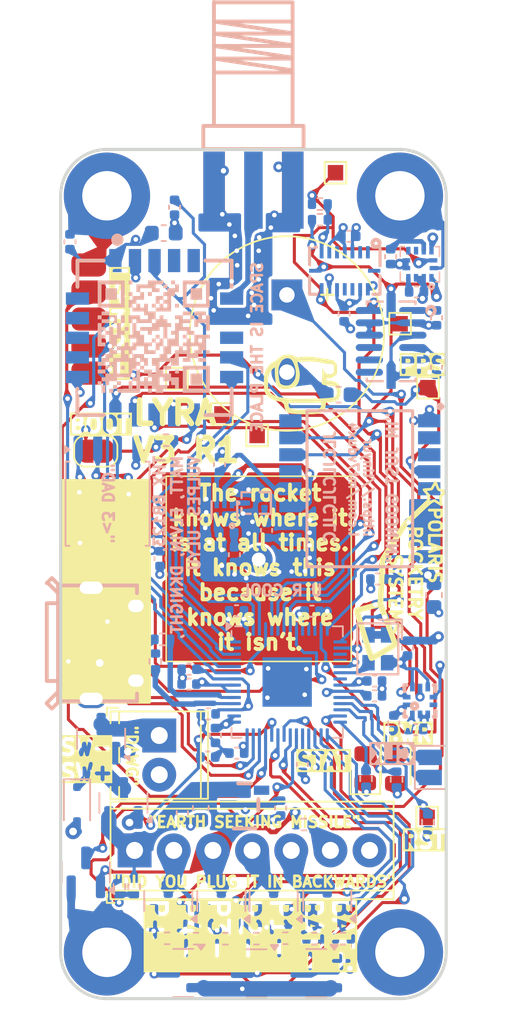
<source format=kicad_pcb>
(kicad_pcb (version 20240108) (generator "pcbnew") (generator_version "8.0")
  (layers (0 "F.Cu" signal) (1 "In1.Cu" power) (2 "In2.Cu" power) (31 "B.Cu" signal) (34 "B.Paste" user) (35 "F.Paste" user) (36 "B.SilkS" user "B.Silkscreen") (37 "F.SilkS" user "F.Silkscreen") (38 "B.Mask" user) (39 "F.Mask" user) (44 "Edge.Cuts" user))
  (net 0 "")
  (net 1 "GND")
  (net 2 "+3V3")
  (net 3 "+1V1")
  (net 4 "/BATT POSTSW")
  (net 5 "Net-(FL1-IN)")
  (net 6 "+BATT")
  (net 7 "VBUS")
  (net 9 "Net-(D2-A)")
  (net 10 "/P4-")
  (net 11 "/P3-")
  (net 12 "/P2-")
  (net 13 "/P1-")
  (net 14 "/RUN")
  (net 15 "/BOOTSEL")
  (net 16 "/SWCLK")
  (net 17 "/SWD")
  (net 18 "/GPS 3v3")
  (net 19 "/ANT")
  (net 20 "/USB_D-")
  (net 21 "/USB_D+")
  (net 22 "/SCL")
  (net 23 "/VCC RF")
  (net 24 "/BRKOUT4")
  (net 25 "/BRKOUT3")
  (net 26 "/BRKOUT2")
  (net 27 "/BRKOUT1")
  (net 28 "Net-(C15-Pad2)")
  (net 29 "Net-(IC1-1PPS)")
  (net 30 "/P1 EN ")
  (net 31 "/P2 EN ")
  (net 32 "/P3 EN ")
  (net 33 "/P4 EN ")
  (net 34 "/BATT SENSE ")
  (net 35 "/P1 CONT ")
  (net 36 "/P3 CONT ")
  (net 37 "/RP USB_D+")
  (net 38 "/RP USB_D-")
  (net 39 "/P2 CONT ")
  (net 40 "/QSPI_SS")
  (net 41 "/P4 CONT ")
  (net 42 "Net-(D3-K)")
  (net 43 "/SDA")
  (net 44 "/GPS_RST")
  (net 45 "/ANT OFF")
  (net 46 "/QSPI_SD1")
  (net 47 "/QSPI_SD2")
  (net 48 "/QSPI_SDO")
  (net 49 "/QSPI_SCLK")
  (net 50 "/QSPI_SD3")
  (net 51 "/XIN")
  (net 54 "/LEDINDICATION")
  (net 58 "/BUZZER")
  (net 62 "/BATT RAW")
  (net 67 "/SX CS")
  (net 68 "Net-(U7-RFIN)")
  (net 72 "/BUSY")
  (net 73 "/MISO")
  (net 74 "/MOSI")
  (net 75 "/SCK")
  (net 78 "/ANT IN")
  (net 79 "Net-(FL1-OUT)")
  (net 80 "/SX RST")
  (net 88 "Net-(AE3-A)")
  (net 89 "/RXEN")
  (net 90 "/TXEN")
  (net 96 "Net-(U4-C1)")
  (net 99 "Net-(D1-K)")
  (footprint "MountingHole:MountingHole_3.2mm_M3_DIN965_Pad" (layer "F.Cu") (at 186.6 116.025)
    (property "Reference" "H3" (hide yes))
    (property "Value" "MountingHole_Pad")
  )
  (footprint ".pretty:Buzzer_12x9.5RM7.6" (layer "F.Cu") (at 198.2724 73.446 -90)
    (property "Reference" "BZ1" (hide yes))
    (property "Value" "Buzzer")
  )
  (footprint "LOGO" (layer "F.Cu") (at 200.846251 79.476527 90)
    (property "Reference" "G***" (hide yes))
    (property "Value" "LOGO" (hide yes))
  )
  (footprint "Jumper:SolderJumper-2_P1.3mm_Open_RoundedPad1.0x1.5mm" (layer "F.Cu") (at 185.8772 83.566)
    (property "Reference" "J4" (hide yes))
    (property "Value" "Conn_01x02")
  )
  (footprint "TestPoint:TestPoint_Pad_1.0x1.0mm" (layer "F.Cu") (at 207.3656 107.2896)
    (property "Reference" "TP1" (hide yes))
    (property "Value" "TestPoint")
  )
  (footprint "TestPoint:TestPoint_Pad_1.0x1.0mm" (layer "F.Cu") (at 191.135 78.867)
    (property "Reference" "TP5" (hide yes))
    (property "Value" "TestPoint")
  )
  (footprint "TerminalBlock_Phoenix:TerminalBlock_Phoenix_MPT-0,5-7-2.54_1x07_P2.54mm_Horizontal" (layer "F.Cu") (at 188.3918 109.4232)
    (property "Reference" "J8" (hide yes))
    (property "Value" "Screw_Terminal_01x07")
  )
  (footprint "TestPoint:TestPoint_Pad_1.0x1.0mm" (layer "F.Cu") (at 196.342 82.55)
    (property "Reference" "TP7" (hide yes))
    (property "Value" "TestPoint")
  )
  (footprint "LOGO" (layer "F.Cu") (at 203.0476 91.186 -80)
    (property "Reference" "G***" (hide yes))
    (property "Value" "LOGO" (hide yes))
  )
  (footprint ".pretty:APAE1575R1240ABDD1-T" (layer "F.Cu") (at 196.4436 91.186)
    (property "Reference" "AE1" (hide yes))
    (property "Value" "Antenna")
  )
  (footprint "MountingHole:MountingHole_3.2mm_M3_DIN965_Pad" (layer "F.Cu") (at 186.6 67.025)
    (property "Reference" "H1" (hide yes))
    (property "Value" "MountingHole_Pad")
  )
  (footprint ".pretty:Pad_01x_05" (layer "F.Cu") (at 185.42 81.0088)
    (property "Reference" "J5" (hide yes))
    (property "Value" "Conn_01x05")
  )
  (footprint "MountingHole:MountingHole_3.2mm_M3_DIN965_Pad" (layer "F.Cu") (at 205.6 67.025)
    (property "Reference" "H2" (hide yes))
    (property "Value" "MountingHole_Pad")
  )
  (footprint "TestPoint:TestPoint_Pad_1.0x1.0mm" (layer "F.Cu") (at 205.613 75.311)
    (property "Reference" "TP4" (hide yes))
    (property "Value" "TestPoint")
  )
  (footprint "MountingHole:MountingHole_3.2mm_M3_DIN965_Pad" (layer "F.Cu") (at 205.6 116.025)
    (property "Reference" "H4" (hide yes))
    (property "Value" "MountingHole_Pad")
  )
  (footprint "TestPoint:TestPoint_Pad_1.0x1.0mm" (layer "F.Cu") (at 201.422 65.532)
    (property "Reference" "TP3" (hide yes))
    (property "Value" "TestPoint")
  )
  (footprint "TerminalBlock_Phoenix:TerminalBlock_Phoenix_MPT-0,5-2-2.54_1x02_P2.54mm_Horizontal" (layer "F.Cu") (at 189.992 101.981 -90)
    (property "Reference" "J2" (hide yes))
    (property "Value" "Screw_Terminal_01x02")
  )
  (footprint "TestPoint:TestPoint_Pad_1.0x1.0mm" (layer "F.Cu") (at 194.056 81.153)
    (property "Reference" "TP6" (hide yes))
    (property "Value" "TestPoint")
  )
  (footprint "LED_SMD:LED_0805_2012Metric" (layer "F.Cu") (at 205.3336 104.1482 -90)
    (property "Reference" "D2" (hide yes))
    (property "Value" "LED")
  )
  (footprint "TestPoint:TestPoint_Pad_1.0x1.0mm" (layer "F.Cu") (at 207.4164 79.4512)
    (property "Reference" "TP2" (hide yes))
    (property "Value" "TestPoint")
  )
  (footprint "LED_SMD:LED_0805_2012Metric" (layer "F.Cu") (at 203.3524 104.1 90)
    (property "Reference" "D3" (hide yes))
    (property "Value" "LED")
  )
  (footprint "Capacitor_SMD:C_0402_1005Metric" (layer "B.Cu") (at 184.2008 70.0024 90)
    (property "Reference" "C10" (hide yes))
    (property "Value" "10n")
  )
  (footprint "Resistor_SMD:R_0402_1005Metric" (layer "B.Cu") (at 200.0484 115.1382)
    (property "Reference" "R7" (hide yes))
    (property "Value" "100k")
  )
  (footprint "Capacitor_SMD:C_0402_1005Metric" (layer "B.Cu") (at 190.9852 67.7672 -90)
    (property "Reference" "C29" (hide yes))
    (property "Value" "100n")
  )
  (footprint "Resistor_SMD:R_0402_1005Metric" (layer "B.Cu") (at 189.738 97.1804 90)
    (property "Reference" "R18" (hide yes))
    (property "Value" "22R")
  )
  (footprint "Capacitor_SMD:C_0402_1005Metric" (layer "B.Cu") (at 193.1416 103.378)
    (property "Reference" "C3" (hide yes))
    (property "Value" "100n")
  )
  (footprint "Capacitor_SMD:C_0402_1005Metric" (layer "B.Cu") (at 193.167 100.584 180)
    (property "Reference" "C18" (hide yes))
    (property "Value" "1u")
  )
  (footprint "Resistor_SMD:R_0402_1005Metric" (layer "B.Cu") (at 203.4032 104.7835 -90)
    (property "Reference" "R28" (hide yes))
    (property "Value" "1k")
  )
  (footprint "Package_TO_SOT_SMD:SOT-23" (layer "B.Cu") (at 200.8886 112.6813 90)
    (property "Reference" "Q4" (hide yes))
    (property "Value" "AO3400A")
  )
  (footprint "Package_TO_SOT_SMD:SOT-23" (layer "B.Cu") (at 187.6704 106.3521 90)
    (property "Reference" "Q1" (hide yes))
    (property "Value" "AO3401A")
  )
  (footprint "Resistor_SMD:R_0402_1005Metric" (layer "B.Cu") (at 188.3664 111.76 -90)
    (property "Reference" "R2" (hide yes))
    (property "Value" "30k")
  )
  (footprint "Resistor_SMD:R_0402_1005Metric" (layer "B.Cu") (at 200.406 67.564 180)
    (property "Reference" "R13" (hide yes))
    (property "Value" "5.1k")
  )
  (footprint "Resistor_SMD:R_0402_1005Metric" (layer "B.Cu") (at 205.3844 104.8317 90)
    (property "Reference" "R3" (hide yes))
    (property "Value" "1k")
  )
  (footprint "Capacitor_SMD:C_0402_1005Metric" (layer "B.Cu") (at 199.898 93.9292)
    (property "Reference" "C24" (hide yes))
    (property "Value" "100n")
  )
  (footprint "Capacitor_SMD:C_0402_1005Metric" (layer "B.Cu") (at 201.9808 74.676 -90)
    (property "Reference" "C1" (hide yes))
    (property "Value" "100n")
  )
  (footprint "Resistor_SMD:R_0402_1005Metric" (layer "B.Cu") (at 192.3796 115.1382 180)
    (property "Reference" "R9" (hide yes))
    (property "Value" "100k")
  )
  (footprint "Package_TO_SOT_SMD:SOT-23" (layer "B.Cu") (at 190.5784 112.7021 90)
    (property "Reference" "Q9" (hide yes))
    (property "Value" "AO3400A")
  )
  (footprint "Capacitor_SMD:C_0402_1005Metric" (layer "B.Cu") (at 206.6264 101.6)
    (property "Reference" "C12" (hide yes))
    (property "Value" "100n")
  )
  (footprint "easyeda2kicad:SENSORM-SMD_BMP388" (layer "B.Cu") (at 206.9058 99.7458 -90)
    (property "Reference" "U3" (hide yes))
    (property "Value" "BMP388")
  )
  (footprint "Resistor_SMD:R_0402_1005Metric" (layer "B.Cu") (at 190.1952 95.758)
    (property "Reference" "R15" (hide yes))
    (property "Value" "22R")
  )
  (footprint "Package_SO:SOIC-8_5.23x5.23mm_P1.27mm" (layer "B.Cu") (at 186.6392 86.9696 -90)
    (property "Reference" "U9" (hide yes))
    (property "Value" "W25Q128JVS")
  )
  (footprint "Package_TO_SOT_SMD:SOT-23" (layer "B.Cu") (at 196.3064 117.3893 180)
    (property "Reference" "Q3" (hide yes))
    (property "Value" "AO3400A")
  )
  (footprint "Diode_SMD:D_SOD-323F" (layer "B.Cu") (at 184.658 106.426 -90)
    (property "Reference" "D1" (hide yes))
    (property "Value" "D_Schottky")
  )
  (footprint "Resistor_SMD:R_0402_1005Metric" (layer "B.Cu") (at 200.408 68.58 180)
    (property "Reference" "R16" (hide yes))
    (property "Value" "5.1k")
  )
  (footprint "Capacitor_SMD:C_0402_1005Metric" (layer "B.Cu") (at 193.9036 84.4296 -90)
    (property "Reference" "C28" (hide yes))
    (property "Value" "1n")
  )
  (footprint "Capacitor_SMD:C_0402_1005Metric" (layer "B.Cu") (at 203.962 98.4504)
    (property "Reference" "C21" (hide yes))
    (property "Value" "100n")
  )
  (footprint "Resistor_SMD:R_0402_1005Metric" (layer "B.Cu") (at 207.4164 107.5944 90)
    (property "Reference" "R1" (hide yes))
    (property "Value" "5.1k")
  )
  (footprint "Capacitor_SMD:C_0402_1005Metric" (layer "B.Cu") (at 196.9516 88.6968 -90)
    (property "Reference" "C33" (hide yes))
    (property "Value" "1n")
  )
  (footprint "Capacitor_SMD:C_0402_1005Metric" (layer "B.Cu") (at 205.204 101.1656 -90)
    (property "Reference" "C4" (hide yes))
    (property "Value" "100n")
  )
  (footprint ".pretty:WIRELM-SMD_E22-400MM22S" (layer "B.Cu") (at 189.6872 76.2216 -90)
    (property "Reference" "U1" (hide yes))
    (property "Value" "E22-900MM22S")
  )
  (footprint "Package_TO_SOT_SMD:SOT-23" (layer "B.Cu") (at 194.0204 112.7021 90)
    (property "Reference" "Q5" (hide yes))
    (property "Value" "AO3400A")
  )
  (footprint "Resistor_SMD:R_0402_1005Metric" (layer "B.Cu") (at 199.3666 107.7468)
    (property "Reference" "R6" (hide yes))
    (property "Value" "100k")
  )
  (footprint "Resistor_SMD:R_0402_1005Metric" (layer "B.Cu") (at 201.9046 115.1382)
    (property "Reference" "R17" (hide yes))
    (property "Value" "1k")
  )
  (footprint "Capacitor_SMD:C_0402_1005Metric" (layer "B.Cu") (at 195.0212 103.124 180)
    (property "Reference" "C23" (hide yes))
    (property "Value" "100n")
  )
  (footprint "easyeda2kicad:OSC-SMD_4P-L2.0-W1.6-BL" (layer "B.Cu") (at 204.1652 96.3676 -90)
    (property "Reference" "X2" (hide yes))
    (property "Value" "SX1M12.000M10F30TNN")
  )
  (footprint "Capacitor_SMD:C_0402_1005Metric" (layer "B.Cu") (at 204.1652 91.8464 180)
    (property "Reference" "C14" (hide yes))
    (property "Value" "10n")
  )
  (footprint "Capacitor_SMD:C_0402_1005Metric" (layer "B.Cu") (at 191.9224 97.6884 180)
    (property "Reference" "C17" (hide yes))
    (property "Value" "100n")
  )
  (footprint "Capacitor_SMD:C_0402_1005Metric" (layer "B.Cu") (at 202.2856 69.6468 180)
    (property "Reference" "C2" (hide yes))
    (property "Value" "100n")
  )
  (footprint "Capacitor_SMD:C_0402_1005Metric" (layer "B.Cu") (at 203.962 99.4156)
    (property "Reference" "C16" (hide yes))
    (property "Value" "100n")
  )
  (footprint "Capacitor_SMD:C_0402_1005Metric" (layer "B.Cu") (at 194.8688 90.2716 90)
    (property "Reference" "C15" (hide yes))
    (property "Value" "1n")
  )
  (footprint "Package_DFN_QFN:QFN-56-1EP_7x7mm_P0.4mm_EP3.2x3.2mm" (layer "B.Cu") (at 198.2884 98.5181 -90)
    (property "Reference" "U8" (hide yes))
    (property "Value" "RP2040")
  )
  (footprint "Resistor_SMD:R_0402_1005Metric" (layer "B.Cu") (at 196.2932 115.1382)
    (property "Reference" "R8" (hide yes))
    (property "Value" "100k")
  )
  (footprint "Resistor_SMD:R_0402_1005Metric" (layer "B.Cu") (at 198.1708 115.1128)
    (property "Reference" "R10" (hide yes))
    (property "Value" "1k")
  )
  (footprint "Package_TO_SOT_SMD:SOT-23" (layer "B.Cu") (at 185.2309 110.8456 90)
    (property "Reference" "Q8" (hide yes))
    (property "Value" "AO3400A")
  )
  (footprint "Package_TO_SOT_SMD:SOT-23" (layer "B.Cu") (at 197.4127 112.7044 90)
    (property "Reference" "Q2" (hide yes))
    (property "Value" "AO3400A")
  )
  (footprint "Capacitor_SMD:C_0603_1608Metric" (layer "B.Cu") (at 207.8104 92.8878 -90)
    (property "Reference" "C34" (hide yes))
    (property "Value" "56p")
  )
  (footprint "Inductor_SMD:L_0402_1005Metric" (layer "B.Cu") (at 194.3608 88.8492 180)
    (property "Reference" "L4" (hide yes))
    (property "Value" "10n")
  )
  (footprint "Capacitor_SMD:C_0603_1608Metric" (layer "B.Cu") (at 190.2838 69.4436)
    (property "Reference" "C11" (hide yes))
    (property "Value" "10u")
  )
  (footprint "Capacitor_SMD:C_0603_1608Metric" (layer "B.Cu") (at 192.6844 106.68 -90)
    (property "Reference" "C7" (hide yes))
    (property "Value" "10u")
  )
  (footprint "easyeda2kicad:LGA-16_L4.5-W3.0-P0.50-BL" (layer "B.Cu") (at 202.0209 71.8813 -90)
    (property "Reference" "U2" (hide yes))
    (property "Value" "BMI088")
  )
  (footprint "Jumper:SolderJumper-2_P1.3mm_Open_Pad1.0x1.5mm" (layer "B.Cu") (at 207.5688 104.0488 -90)
    (property "Reference" "J1" (hide yes))
    (property "Value" "Conn_01x02")
  )
  (footprint "Resistor_SMD:R_0402_1005Metric" (layer "B.Cu") (at 190.5 115.1174)
    (property "Reference" "R12" (hide yes))
    (property "Value" "1k")
  )
  (footprint "Capacitor_SMD:C_0402_1005Metric" (layer "B.Cu") (at 205.0008 70.9676 90)
    (property "Reference" "C9" (hide yes))
    (property "Value" "100n")
  )
  (footprint "Capacitor_SMD:C_0402_1005Metric" (layer "B.Cu") (at 206.0956 96.3168 -90)
    (property "Reference" "C13" (hide yes))
    (property "Value" "100n")
  )
  (footprint "Package_TO_SOT_SMD:SOT-23" (layer "B.Cu") (at 186.2238 102.1881 90)
    (property "Reference" "Q6" (hide yes))
    (property "Value" "AO3401A")
  )
  (footprint ".pretty:DFN-6_L1.5-W1.0-P0.50-BL" (layer "B.Cu") (at 194.2164 87.3896 180)
    (property "Reference" "U7" (hide yes))
    (property "Value" "WS7916S-6/TR")
  )
  (footprint "Capacitor_SMD:C_0402_1005Metric" (layer "B.Cu") (at 195.0033 93.9045 180)
    (property "Reference" "C25" (hide yes))
    (property "Value" "100n")
  )
  (footprint "Capacitor_SMD:C_0402_1005Metric" (layer "B.Cu") (at 193.6381 101.9784 -90)
    (property "Reference" "C19" (hide yes))
    (property "Value" "1u")
  )
  (footprint "Capacitor_SMD:C_0402_1005Metric" (layer "B.Cu") (at 207.9752 74.93 -90)
    (property "Reference" "C50" (hide yes))
    (property "Value" "100n")
  )
  (footprint "Capacitor_SMD:C_0402_1005Metric" (layer "B.Cu") (at 206.6772 73.2536)
    (property "Reference" "C8" (hide yes))
    (property "Value" "100n")
  )
  (footprint "easyeda2kicad:MICRO-USB-SMD_U254-051T-4BHJ25-F2S" (layer "B.Cu") (at 187.0297 96.012 90)
    (property "Reference" "J7" (hide yes))
    (property "Value" "USB_B_Micro")
  )
  (footprint "Capacitor_SMD:C_0402_1005Metric" (layer "B.Cu") (at 191.9224 98.6536 180)
    (property "Reference" "C26" (hide yes))
    (property "Value" "100n")
  )
  (footprint "easyeda2kicad:LGA-14_L5.0-W3.0-P0.80-BL" (layer "B.Cu") (at 205.0288 76.454 -90)
    (property "Reference" "U5" (hide yes))
    (property "Value" "ADXL375BCCZ-RL7")
  )
  (footprint ".pretty:CONN-SMD_KH-SMA-KE8-G" (layer "B.Cu") (at 196.1 66.66 180)
    (property "Reference" "AE3" (hide yes))
    (property "Value" "Antenna_Shield")
  )
  (footprint "Capacitor_SMD:C_0402_1005Metric" (layer "B.Cu") (at 207.9752 78.1304 90)
    (property "Reference" "C32" (hide yes))
    (property "Value" "1u")
  )
  (footprint "Capacitor_SMD:C_0603_1608Metric" (layer "B.Cu") (at 201.6252 79.9084 180)
    (property "Reference" "C20" (hide yes))
    (property "Value" "56p")
  )
  (footprint "Capacitor_SMD:C_0402_1005Metric" (layer "B.Cu") (at 199.2705 103.8613 -90)
    (property "Reference" "C22" (hide yes))
    (property "Value" "100n")
  )
  (footprint ".pretty:SOT-23-5_L2.9-W1.6-P0.95-LS2.8-BR" (layer "B.Cu") (at 195.5292 106.4768 180)
    (property "Reference" "U6" (hide yes))
    (property "Value" "RT9013-33GB_C19268157")
  )
  (footprint "Inductor_SMD:L_0402_1005Metric" (layer "B.Cu") (at 206.0448 91.8464)
    (property "Reference" "L1" (hide yes))
    (property "Value" "10n")
  )
  (footprint ".pretty:LGA-12_L2.0-W2.0-P0.50-BL" (layer "B.Cu") (at 206.8964 71.4592 180)
    (property "Reference" "U4" (hide yes))
    (property "Value" "LIS3MDLTR")
  )
  (footprint ".pretty:FILTER-SMD_5P-L1.4-W1.1-L" (layer "B.Cu") (at 196.2208 86.9233)
    (property "Reference" "FL1" (hide yes))
    (property "Value" "SAFEA1G58KA0F00R15")
  )
  (footprint "Package_TO_SOT_SMD:SOT-23" (layer "B.Cu") (at 191.5437 117.3639 180)
    (property "Reference" "Q10" (hide yes))
    (property "Value" "AO3400A")
  )
  (footprint "Capacitor_SMD:C_0402_1005Metric" (layer "B.Cu") (at 191.488 106.9848 -90)
    (property "Reference" "C6" (hide yes))
    (property "Value" "1u")
  )
  (footprint "SamacSys_Parts:SON110P970X1010X230-18N" (layer "B.Cu") (at 203 86 180)
    (property "Reference" "IC1" (hide yes))
    (property "Value" "TESEO-LIV3F" (hide yes))
  )
  (footprint "Capacitor_SMD:C_0402_1005Metric" (layer "B.Cu") (at 190.0428 90.5256 90)
    (property "Reference" "C27" (hide yes))
    (property "Value" "100n")
  )
  (footprint "Resistor_SMD:R_0402_1005Metric" (layer "B.Cu") (at 194.2846 115.1428)
    (property "Reference" "R11" (hide yes))
    (property "Value" "1k")
  )
  (footprint "Package_TO_SOT_SMD:SOT-23" (layer "B.Cu") (at 200.1774 117.3706 180)
    (property "Reference" "Q7" (hide yes))
    (property "Value" "AO3400A")
  )
  (footprint "Resistor_SMD:R_0402_1005Metric" (layer "B.Cu") (at 190.4492 82.8548 180)
    (property "Reference" "R14" (hide yes))
    (property "Value" "1k")
  )
  (footprint "LOGO" (layer "B.Cu") (at 189.6364 76.1492 180)
    (property "Reference" "G***" (hide yes))
    (property "Value" "LOGO" (hide yes))
  )
  (footprint "Capacitor_SMD:C_0402_1005Metric" (layer "B.Cu") (at 197.866 106.68 90)
    (property "Reference" "C5" (hide yes))
    (property "Value" "1u")
  )
  (footprint "Resistor_SMD:R_0402_1005Metric" (layer "B.Cu") (at 187.4012 111.76 90)
    (property "Reference" "R4" (hide yes))
    (property "Value" "40k")
  )
  (gr_rect (start 183.769 85.471) (end 189.357 99.822) (stroke (width 0.2)) (fill solid) (layer "F.SilkS"))
  (gr_arc (start 205.6 64.025) (mid 207.72132 64.90368) (end 208.6 67.025) (stroke (width 0.2)) (layer "Edge.Cuts"))
  (gr_arc (start 208.6 116.025) (mid 207.72132 118.14632) (end 205.6 119.025) (stroke (width 0.2)) (layer "Edge.Cuts"))
  (gr_arc (start 186.6 119.025) (mid 184.47868 118.14632) (end 183.6 116.025) (stroke (width 0.2)) (layer "Edge.Cuts"))
  (gr_line (start 186.6 64.025) (end 205.6 64.025) (stroke (width 0.2)) (layer "Edge.Cuts"))
  (gr_line (start 183.6 116.025) (end 183.6 67.025) (stroke (width 0.2)) (layer "Edge.Cuts"))
  (gr_line (start 208.6 116.025) (end 208.6 67.025) (stroke (width 0.2)) (layer "Edge.Cuts"))
  (gr_arc (start 183.6 67.025) (mid 184.47868 64.90368) (end 186.6 64.025) (stroke (width 0.2)) (layer "Edge.Cuts"))
  (gr_line (start 205.6 119.025) (end 186.6 119.025) (stroke (width 0.2)) (layer "Edge.Cuts"))
  (gr_text "CLK" (at 206.6544 103.7844 0) (layer "B.SilkS" knockout) (effects (font (size 1 1) (thickness 0.25) (bold yes)) (justify left bottom mirror)))
  (gr_text "SPACE IS THE PLACE" (at 196.7484 71.2216 90) (layer "B.SilkS") (effects (font (size 0.7 0.7) (thickness 0.175) (bold yes)) (justify left bottom mirror)))
  (gr_text "{dblquote}IM JUST GOONIN{dblquote}" (at 205.5368 80.9752 90) (layer "B.SilkS") (effects (font (size 0.7 0.7) (thickness 0.175) (bold yes)) (justify left bottom mirror)))
  (gr_text "https://tinyur\nl.com/mt7vdux4" (at 202.2348 89.2048 270) (layer "B.SilkS") (effects (font (size 0.6 0.6)) (justify left bottom mirror)))
  (gr_text "U R COOL" (at 200.675541 93.000009 0) (layer "B.SilkS") (effects (font (size 0.7 0.7) (thickness 0.175) (bold yes)) (justify left bottom mirror)))
  (gr_text "THX BB123, \nMATT, ELVIN, DKNIGHT,\nVULPES, ULYU" (at 192.6844 83.7692 90) (layer "B.SilkS") (effects (font (size 0.7 0.7) (thickness 0.175) (bold yes)) (justify left bottom mirror)))
  (gr_text "JLCJLCJLCJLC" (at 201.4728 82.1436 90) (layer "B.SilkS") (effects (font (size 0.7 0.7) (thickness 0.175) (bold yes)) (justify left bottom mirror)))
  (gr_text "{dblquote}<3 DAD{dblquote}" (at 186.248391 89.627541 -90) (layer "B.SilkS") (effects (font (size 0.7 0.7) (thickness 0.175) (bold yes)) (justify left bottom mirror)))
  (gr_text "STAT" (at 198.7804 104.2416 0) (layer "F.SilkS" knockout) (effects (font (size 1 1) (thickness 0.25) (bold yes)) (justify left bottom)))
  (gr_text "PWR" (at 204.3736 102.4632 0) (layer "F.SilkS" knockout) (effects (font (size 1 1) (thickness 0.25) (bold yes)) (justify left bottom)))
  (gr_text "BOOT" (at 184.0484 82.4484 0) (layer "F.SilkS" knockout) (effects (font (size 1 1) (thickness 0.25) (bold yes)) (justify left bottom)))
  (gr_text "{dblquote}DAWG{dblquote}" (at 187.799458 101.251792 -90) (layer "F.SilkS") (effects (font (size 0.7 0.7) (thickness 0.175) (bold yes)) (justify left bottom)))
  (gr_text "PPS" (at 205.4352 78.5876 0) (layer "F.SilkS" knockout) (effects (font (size 1 1) (thickness 0.25) (bold yes)) (justify left bottom)))
  (gr_text "POLARIS\n  ROCKETRY \n     SYSTEMS" (at 204.8256 87.0712 270) (layer "F.SilkS") (effects (font (size 0.8 0.8) (thickness 0.1875) (bold yes)) (justify left bottom)))
  (gr_text "-\n4\n3\n2\n1" (at 186.69 78.8416 0) (layer "F.SilkS" knockout) (effects (font (size 1 1) (thickness 0.25) (bold yes)) (justify left bottom)))
  (gr_text "The rocket \nknows where it \nis at all times. \nIt knows this \nbecause it \nknows where \nit isn't. " (at 196.9008 96.52 0) (layer "F.SilkS") (effects (font (size 1 1) (thickness 0.25) (bold yes)) (justify bottom)))
  (gr_text "BAT+\nBAT-\nP1-\nP2-\nP3-\nP4-\nP+" (at 189.0776 112.3696 270) (layer "F.SilkS" knockout) (effects (font (size 1.25 1.25) (thickness 0.25) (bold yes)) (justify left bottom)))
  (gr_text "LYRA\nV3 R1" (at 188.1124 84.3788 0) (layer "F.SilkS") (effects (font (size 1.5 1.5) (thickness 0.375) (bold yes)) (justify left bottom)))
  (gr_text "SW-\nSW+" (at 183.4388 104.9528 0) (layer "F.SilkS" knockout) (effects (font (size 1 1) (thickness 0.25) (bold yes)) (justify left bottom)))
  (gr_text "{dblquote}EARTH SEEKING MISSILE{dblquote}" (at 189.1792 108.0008 0) (layer "F.SilkS") (effects (font (size 0.7 0.7) (thickness 0.175) (bold yes)) (justify left bottom)))
  (gr_text "{dblquote}DID YOU PLUG IT IN BACKWARDS{dblquote}" (at 186.8424 111.8616 0) (layer "F.SilkS") (effects (font (size 0.7 0.7) (thickness 0.175) (bold yes)) (justify left bottom)))
  (gr_text "RST" (at 205.6384 109.3724 0) (layer "F.SilkS" knockout) (effects (font (size 1 1) (thickness 0.25) (bold yes)) (justify left bottom)))
  (segment (start 205.318968 103.196068) (end 205.3336 103.2107) (width 0.2) (layer "F.Cu") (net 1))
  (segment (start 185.42 71.5088) (end 186.486 70.4428) (width 0.2) (layer "F.Cu") (net 1))
  (segment (start 185.2272 82.177343) (end 185.233379 82.171164) (width 0.2) (layer "F.Cu") (net 1))
  (segment (start 186.486 70.4428) (end 186.486 67.078) (width 0.2) (layer "F.Cu") (net 1))
  (segment (start 205.318968 102.199807) (end 205.318968 103.196068) (width 0.2) (layer "F.Cu") (net 1))
  (segment (start 185.2272 83.566) (end 185.2272 82.177343) (width 0.2) (layer "F.Cu") (net 1))
  (via (at 193.5226 74.4474) (size 0.6) (drill 0.3) (layers "F.Cu" "B.Cu") (net 1))
  (via (at 194.1576 65.405) (size 0.7) (drill 0.35) (layers "F.Cu" "B.Cu") (net 1))
  (via (at 195.4276 87.6046) (size 0.6) (drill 0.3) (layers "F.Cu" "B.Cu") (net 1))
  (via (at 193.8528 72.7456) (size 0.6) (drill 0.3) (layers "F.Cu" "B.Cu") (net 1))
  (via (at 193.3448 73.66) (size 0.6) (drill 0.3) (layers "F.Cu" "B.Cu") (net 1))
  (via (at 200.8886 93.9292) (size 0.6) (drill 0.3) (layers "F.Cu" "B.Cu") (net 1))
  (via (at 207.179348 101.032112) (size 0.6) (drill 0.3) (layers "F.Cu" "B.Cu") (net 1))
  (via (at 197.231 69.088) (size 0.6) (drill 0.3) (layers "F.Cu" "B.Cu") (net 1))
  (via (at 195.6308 91.7956) (size 0.6) (drill 0.3) (layers "F.Cu" "B.Cu") (net 1))
  (via (at 195.58 106.7816) (size 0.6) (drill 0.3) (layers "F.Cu" "B.Cu") (net 1))
  (via (at 195.3768 118.3893) (size 0.6) (drill 0.3) (layers "F.Cu" "B.Cu") (net 1))
  (via (at 193.04 87.5284) (size 0.6) (drill 0.3) (layers "F.Cu" "B.Cu") (net 1))
  (via (at 196.0372 88.138) (size 0.6) (drill 0.3) (layers "F.Cu" "B.Cu") (net 1))
  (via (at 189.5 90) (size 0.6) (drill 0.3) (layers "F.Cu" "B.Cu") (net 1))
  (via (at 199.771 88.0364) (size 0.6) (drill 0.3) (layers "F.Cu" "B.Cu") (net 1))
  (via (at 199.479457 104.839585) (size 0.6) (drill 0.3) (layers "F.Cu" "B.Cu") (net 1))
  (via (at 199.7456 88.8492) (size 0.6) (drill 0.3) (layers "F.Cu" "B.Cu") (net 1))
  (via (at 196.4728 69.723) (size 0.6) (drill 0.3) (layers "F.Cu" "B.Cu") (net 1))
  (via (at 205.318968 102.199807) (size 0.6) (drill 0.3) (layers "F.Cu" "B.Cu") (net 1))
  (via (at 195.7578 74.803) (size 0.6) (drill 0.3) (layers "F.Cu" "B.Cu") (net 1))
  (via (at 194.056 89.9668) (size 0.6) (drill 0.3) (layers "F.Cu" "B.Cu") (net 1))
  (via (at 205.6248 97.2676) (size 0.6) (drill 0.3) (layers "F.Cu" "B.Cu") (net 1))
  (via (at 192.024 107.8484) (size 0.6) (drill 0.3) (layers "F.Cu" "B.Cu") (net 1))
  (via (at 207.391 77.2414) (size 0.6) (drill 0.3) (layers "F.Cu" "B.Cu") (net 1))
  (via (at 194.691 72.5678) (size 0.6) (drill 0.3) (layers "F.Cu" "B.Cu") (net 1))
  (via (at 195.7832 86.0552) (size 0.6) (drill 0.3) (layers "F.Cu" "B.Cu") (net 1))
  (via (at 199.4408 91.3384) (size 0.6) (drill 0.3) (layers "F.Cu" "B.Cu") (net 1))
  (via (at 194.975774 86.162174) (size 0.6) (drill 0.3) (layers "F.Cu" "B.Cu") (net 1))
  (via (at 201.021299 72.350128) (size 0.6) (drill 0.3) (layers "F.Cu" "B.Cu") (net 1))
  (via (at 196.1388 74.0918) (size 0.6) (drill 0.3) (layers "F.Cu" "B.Cu") (net 1))
  (via (at 207.4672 75.41) (size 0.6) (drill 0.3) (layers "F.Cu" "B.Cu") (net 1))
  (via (at 193.2432 89.4588) (size 0.6) (drill 0.3) (layers "F.Cu" "B.Cu") (net 1))
  (via (at 204.442 98.9584) (size 0.6) (drill 0.3) (layers "F.Cu" "B.Cu") (net 1))
  (via (at 203.708 92.4814) (size 0.6) (drill 0.3) (layers "F.Cu" "B.Cu") (net 1))
  (via (at 197.0532 97.6376) (size 0.6) (drill 0.3) (layers "F.Cu" "B.Cu") (net 1))
  (via (at 202.3976 75.6412) (size 0.6) (drill 0.3) (layers "F.Cu" "B.Cu") (net 1))
  (via (at 196.9506 114.4026) (size 0.6) (drill 0.3) (layers "F.Cu" "B.Cu") (net 1))
  (via (at 208.1172 94.029895) (size 0.6) (drill 0.3) (layers "F.Cu" "B.Cu") (net 1))
  (via (at 194.8688 91.5416) (size 0.6) (drill 0.3) (layers "F.Cu" "B.Cu") (net 1))
  (via (at 194.8942 69.6214) (size 0.6) (drill 0.3) (layers "F.Cu" "B.Cu") (net 1))
  (via (at 194.08382 83.59382) (size 0.6) (drill 0.3) (layers "F.Cu" "B.Cu") (net 1))
  (via (at 186.633199 94.603217) (size 0.6) (drill 0.3) (layers "F.Cu" "B.Cu") (net 1))
  (via (at 188.468 84.4804) (size 0.6) (drill 0.3) (layers "F.Cu" "B.Cu") (net 1))
  (via (at 202.665198 97.2312) (size 0.6) (drill 0.3) (layers "F.Cu" "B.Cu") (net 1))
  (via (at 199.7456 90.4748) (size 0.6) (drill 0.3) (layers "F.Cu" "B.Cu") (net 1))
  (via (at 196.4436 70.5866) (size 0.6) (drill 0.3) (layers "F.Cu" "B.Cu") (net 1))
  (via (at 199.7456 89.662) (size 0.6) (drill 0.3) (layers "F.Cu" "B.Cu") (net 1))
  (via (at 195.0466 71.5264) (size 0.6) (drill 0.3) (layers "F.Cu" "B.Cu") (net 1))
  (via (at 193.04 86.6648) (size 0.6) (drill 0.3) (layers "F.Cu" "B.Cu") (net 1))
  (via (at 199.533573 97.679572) (size 0.6) (drill 0.3) (layers "F.Cu" "B.Cu") (net 1))
  (via (at 193.7512 114.6048) (size 0.6) (drill 0.3) (layers "F.Cu" "B.Cu") (net 1))
  (via (at 196.4436 71.5772) (size 0.6) (drill 0.3) (layers "F.Cu" "B.Cu") (net 1))
  (via (at 194.056 90.9828) (size 0.6) (drill 0.3) (layers "F.Cu" "B.Cu") (net 1))
  (via (at 199.424574 99.341764) (size 0.6) (drill 0.3) (layers "F.Cu" "B.Cu") (net 1))
  (via (at 196.4436 72.4408) (size 0.6) (drill 0.3) (layers "F.Cu" "B.Cu") (net 1))
  (via (at 192.9724 88.533846) (size 0.6) (drill 0.3) (layers "F.Cu" "B.Cu") (net 1))
  (via (at 197.739 65.151) (size 0.7) (drill 0.35) (layers "F.Cu" "B.Cu") (net 1))
  (via (at 198.5772 91.3638) (size 0.6) (drill 0.3) (layers "F.Cu" "B.Cu") (net 1))
  (via (at 206.502 81.5848) (size 0.6) (drill 0.3) (layers "F.Cu" "B.Cu") (net 1))
  (via (at 191.5 98.25) (size 0.6) (drill 0.3) (layers "F.Cu" "B.Cu") (net 1))
  (via (at 207.0608 73.679) (size 0.7) (drill 0.35) (layers "F.Cu" "B.Cu") (net 1))
  (via (at 190.9852 68.7832) (size 0.6) (drill 0.3) (layers "F.Cu" "B.Cu") (net 1))
  (via (at 188.468 72.3392) (size 0.6) (drill 0.3) (layers "F.Cu" "B.Cu") (net 1))
  (via (at 194.5386 68.8848) (size 0.6) (drill 0.3) (layers "F.Cu" "B.Cu") (net 1))
  (via (at 200.3288 114.6312) (size 0.6) (drill 0.3) (layers "F.Cu" "B.Cu") (net 1))
  (via (at 195.7832 88.9) (size 0.6) (drill 0.3) (layers "F.Cu" "B.Cu") (net 1))
  (via (at 195.0212 70.5866) (size 0.6) (drill 0.3) (layers "F.Cu" "B.Cu") (net 1))
  (via (at 207.518 80.8736) (size 0.6) (drill 0.3) (layers "F.Cu" "B.Cu") (net 1))
  (via (at 189.6284 114.639) (size 0.6) (drill 0.3) (layers "F.Cu" "B.Cu") (net 1))
  (via (at 194.4624 94.4372) (size 0.6) (drill 0.3) (layers "F.Cu" "B.Cu") (net 1))
  (via (at 185.233379 82.171164) (size 0.6) (drill 0.3) (layers "F.Cu" "B.Cu") (net 1))
  (via (at 203.8604 72.8472) (size 0.6) (drill 0.3) (layers "F.Cu" "B.Cu") (net 1))
  (via (at 188.0616 107.623198) (size 1) (drill 0.5) (layers "F.Cu" "B.Cu") (net 1))
  (via (at 192.766463 101.1428) (size 0.6) (drill 0.3) (layers "F.Cu" "B.Cu") (net 1))
  (via (at 197.00702 99.533528) (size 0.6) (drill 0.3) (layers "F.Cu" "B.Cu") (net 1))
  (via (at 197.4596 68.2752) (size 0.6) (drill 0.3) (layers "F.Cu" "B.Cu") (net 1))
  (via (at 194.0814 68.2244) (size 0.6) (drill 0.3) (layers "F.Cu" "B.Cu") (net 1))
  (via (at 201.9196 69.088) (size 0.6) (drill 0.3) (layers "F.Cu" "B.Cu") (net 1))
  (via (at 197.7644 91.3892) (size 0.6) (drill 0.3) (layers "F.Cu" "B.Cu") (net 1))
  (via (at 184.8612 79.7588) (size 0.6) (drill 0.3) (layers "F.Cu" "B.Cu") (net 1))
  (via (at 195.9864 73.3044) (size 0.6) (drill 0.3) (layers "F.Cu" "B.Cu") (net 1))
  (segment (start 193.7512 114.6048) (end 193.7512 115.1194) (width 0.3) (layer "B.Cu") (net 1))
  (segment (start 206.6742 67.025) (end 205.6 67.025) (width 0.2) (layer "B.Cu") (net 1))
  (segment (start 207.9752 75.41) (end 207.4672 75.41) (width 0.2) (layer "B.Cu") (net 1))
  (segment (start 205.6384 69.9792) (end 205.6384 67.0634) (width 0.3) (layer "B.Cu") (net 1))
  (segment (start 207.1064 101.10506) (end 207.179348 101.032112) (width 0.2) (layer "B.Cu") (net 1))
  (segment (start 206.4388 76.854) (end 207.1788 76.854) (width 0.354) (layer "B.Cu") (net 1))
  (segment (start 201.7259 97.5181) (end 202.378298 97.5181) (width 0.2) (layer "B.Cu") (net 1))
  (segment (start 207.1064 101.6) (end 207.1064 100.8164) (width 0.2) (layer "B.Cu") (net 1))
  (segment (start 192.6731 100.5071) (end 192.6731 101.049437) (width 0.2) (layer "B.Cu") (net 1))
  (segment (start 205.6384 69.9792) (end 206.992939 69.9792) (width 0.3) (layer "B.Cu") (net 1))
  (segment (start 191.590399 115.7374) (end 190.61 115.7374) (width 0.2) (layer "B.Cu") (net 1))
  (segment (start 202.0209 70.172099) (end 202.0209 70.6813) (width 0.2) (layer "B.Cu") (net 1))
  (segment (start 190.0428 90.0456) (end 189.5456 90.0456) (width 0.2) (layer "B.Cu") (net 1))
  (segment (start 197.279201 106.4768) (end 197.556001 106.2) (width 0.5) (layer "B.Cu") (net 1))
  (segment (start 207.5 80.8916) (end 207.518 80.8736) (width 0.2) (layer "B.Cu") (net 1))
  (segment (start 203.6188 75.254) (end 206.4388 75.254) (width 0.2) (layer "B.Cu") (net 1))
  (segment (start 188.6204 107.2896) (end 188.395198 107.2896) (width 0.75) (layer "B.Cu") (net 1))
  (segment (start 203.5209 73.0813) (end 203.6263 73.0813) (width 0.2) (layer "B.Cu") (net 1))
  (segment (start 200.3288 114.6312) (end 200.8612 115.1636) (width 0.3) (layer "B.Cu") (net 1))
  (segment (start 203.708 92.4814) (end 203.708 91.8692) (width 0.2) (layer "B.Cu") (net 1))
  (segment (start 206.4058 97.683) (end 206.4258 97.663) (width 0.2) (layer "B.Cu") (net 1))
  (segment (start 193.7512 115.1194) (end 193.7746 115.1428) (width 0.3) (layer "B.Cu") (net 1))
  (segment (start 207.8104 93.723095) (end 208.1172 94.029895) (width 0.2) (layer "B.Cu") (net 1))
  (segment (start 203.6263 73.0813) (end 203.8604 72.8472) (width 0.2) (layer "B.Cu") (net 1))
  (segment (start 191.8696 115.458199) (end 191.590399 115.7374) (width 0.2) (layer "B.Cu") (net 1))
  (segment (start 205.204 102.084839) (end 205.318968 102.199807) (width 0.2) (layer "B.Cu") (net 1))
  (segment (start 205.6384 67.0634) (end 205.6 67.025) (width 0.3) (layer "B.Cu") (net 1))
  (segment (start 207.1064 100.8164) (end 206.9058 100.6158) (width 0.2) (layer "B.Cu") (net 1))
  (segment (start 206.693 97.663) (end 206.4258 97.663) (width 0.2) (layer "B.Cu") (net 1))
  (segment (start 201.0209 72.350527) (end 201.021299 72.350128) (width 0.2) (layer "B.Cu") (net 1))
  (segment (start 207.1064 101.6) (end 207.1064 101.10506) (width 0.2) (layer "B.Cu") (net 1))
  (segment (start 198.2724 78.446) (end 199.3878 78.446) (width 0.5) (layer "B.Cu") (net 1))
  (segment (start 196.4627 113.9147) (end 197.6608 115.1128) (width 0.3) (layer "B.Cu") (net 1))
  (segment (start 184.6872 79.5848) (end 184.8612 79.7588) (width 0.2) (layer "B.Cu") (net 1))
  (segment (start 194.327566 103.124) (end 194.090183 102.886617) (width 0.2) (layer "B.Cu") (net 1))
  (segment (start 191.8716 107.4648) (end 191.8716 107.696) (width 0.3) (layer "B.Cu") (net 1))
  (segment (start 201.8056 69.956799) (end 201.916 70.0672) (width 0.2) (layer "B.Cu") (net 1))
  (segment (start 190.61 115.7374) (end 189.99 115.1174) (width 0.2) (layer "B.Cu") (net 1))
  (segment (start 190.9852 69.37) (end 191.0588 69.4436) (width 0.2) (layer "B.Cu") (net 1))
  (segment (start 188.2397 94.712) (end 186.741982 94.712) (width 0.2) (layer "B.Cu") (net 1))
  (segment (start 196.4627 113.6419) (end 196.4627 113.9147) (width 0.3) (layer "B.Cu") (net 1))
  (segment (start 201.0209 70.6813) (end 201.0209 70.151501) (width 0.2) (layer "B.Cu") (net 1))
  (segment (start 206.4388 75.254) (end 206.5948 75.41) (width 0.2) (layer "B.Cu") (net 1))
  (segment (start 201.8056 69.202) (end 201.9196 69.088) (width 0.2) (layer "B.Cu") (net 1))
  (segment (start 190.9852 68.2472) (end 190.9852 69.37) (width 0.2) (layer "B.Cu") (net 1))
  (segment (start 193.6216 103.378) (end 193.6216 103.3552) (width 0.2) (layer "B.Cu") (net 1))
  (segment (start 208.383083 71.592517) (end 208.383083 68.733883) (width 0.2) (layer "B.Cu") (net 1))
  (segment (start 201.8056 69.6468) (end 201.8056 69.956799) (width 0.2) (layer "B.Cu") (net 1))
  (segment (start 199.8766 108.208) (end 201.0918 109.4232) (width 0.3) (layer "B.Cu") (net 1))
  (segment (start 207.179348 100.842252) (end 207.179348 101.032112) (width 0.2) (layer "B.Cu") (net 1))
  (segment (start 193.0704 113.6396) (end 193.0704 113.924) (width 0.3) (layer "B.Cu") (net 1))
  (segment (start 208.383083 68.733883) (end 206.6742 67.025) (width 0.2) (layer "B.Cu") (net 1))
  (segment (start 203.6188 75.254) (end 203.6188 76.054) (width 0.2) (layer "B.Cu") (net 1))
  (segment (start 205.5092 69.9792) (end 205.6384 69.9792) (width 0.3) (layer "B.Cu") (net 1))
  (segment (start 194.4292 106.4768) (end 197.279201 106.4768) (width 0.5) (layer "B.Cu") (net 1))
  (segment (start 186.7809 115.8441) (end 186.6 116.025) (width 0.2) (layer "B.Cu") (net 1))
  (segment (start 206.4424 77.6504) (end 206.4388 77.654) (width 0.2) (layer "B.Cu") (net 1))
  (segment (start 205.204 101.6456) (end 205.204 102.084839) (width 0.2) (layer "B.Cu") (net 1))
  (segment (start 207.1788 76.854) (end 207.9752 77.6504) (width 0.354) (layer "B.Cu") (net 1))
  (segment (start 207.1464 70.132661) (end 207.1464 70.5792) (width 0.3) (layer "B.Cu") (net 1))
  (segment (start 186.741982 94.712) (end 186.633199 94.603217) (width 0.2) (layer "B.Cu") (net 1))
  (segment (start 204.7652 97.2676) (end 205.6248 97.2676) (width 0.2) (layer "B.Cu") (net 1))
  (segment (start 187.4012 111.25) (end 186.7809 111.8703) (width 0.2) (layer "B.Cu") (net 1))
  (segment (start 201.8056 69.6468) (end 201.8056 69.202) (width 0.2) (layer "B.Cu") (net 1))
  (segment (start 207.1572 72.85) (end 207.1572 73.2536) (width 0.3) (layer "B.Cu") (net 1))
  (segment (start 199.9386 113.6188) (end 199.9386 114.241) (width 0.3) (layer "B.Cu") (net 1))
  (segment (start 201.9808 75.156) (end 202.3976 75.5728) (width 0.2) (layer "B.Cu") (net 1))
  (segment (start 202.378298 97.5181) (end 202.665198 97.2312) (width 0.2) (layer "B.Cu") (net 1))
  (segment (start 199.3878 78.446) (end 200.8502 79.9084) (width 0.5) (layer "B.Cu") (net 1))
  (segment (start 207.4058 100.6158) (end 207.179348 100.842252) (width 0.2) (layer "B.Cu") (net 1))
  (segment (start 200.3542 114.6566) (end 200.3288 114.6312) (width 0.3) (layer "B.Cu") (net 1))
  (segment (start 194.090183 102.886617) (end 192.766463 101.562897) (width 0.2) (layer "B.Cu") (net 1))
  (segment (start 194.592 103.124) (end 194.327566 103.124) (width 0.2) (layer "B.Cu") (net 1))
  (segment (start 184.2809 111.7831) (end 184.2809 113.7059) (width 0.5) (layer "B.Cu") (net 1))
  (segment (start 188.5442 83.3696) (end 188.5442 84.4042) (width 0.2) (layer "B.Cu") (net 1))
  (segment (start 188.4172 72.2884) (end 188.468 72.3392) (width 0.2) (layer "B.Cu") (net 1))
  (segment (start 188.4172 71.2216) (end 188.4172 72.2884) (width 0.2) (layer "B.Cu") (net 1))
  (segment (start 193.6216 103.3552) (end 194.090183 102.886617) (width 0.2) (layer "B.Cu") (net 1))
  (segment (start 201.0209 73.0813) (end 201.0209 72.350527) (width 0.2) (layer "B.Cu") (net 1))
  (segment (start 206.6464 72.3392) (end 207.1464 72.3392) (width 0.254) (layer "B.Cu") (net 1))
  (segment (start 207.4058 98.8758) (end 207.4058 98.3758) (width 0.2) (layer "B.Cu") (net 1))
  (segment (start 201.916 70.0672) (end 202.0209 70.172099) (width 0.2) (layer "B.Cu") (net 1))
  (segment (start 207.0608 73.679) (end 207.1572 73.5826) (width 0.3) (layer "B.Cu") (net 1))
  (segment (start 189.5456 90.0456) (end 189.5 90) (width 0.2) (layer "B.Cu") (net 1))
  (segment (start 207.9752 77.6504) (end 206.4424 77.6504) (width 0.2) (layer "B.Cu") (net 1))
  (segment (start 206.4258 97.663) (end 206.0202 97.663) (width 0.2) (layer "B.Cu") (net 1))
  (segment (start 193.9036 83.9496) (end 193.9036 83.77404) (width 0.2) (layer "B.Cu") (net 1))
  (segment (start 199.2705 104.3413) (end 199.2705 104.630628) (width 0.2) (layer "B.Cu") (net 1))
  (segment (start 191.8716 107.696) (end 192.024 107.8484) (width 0.3) (layer "B.Cu") (net 1))
  (segment (start 205.0008 70.4876) (end 205.5092 69.9792) (width 0.3) (layer "B.Cu") (net 1))
  (segment (start 194.5233 93.9045) (end 194.5233 94.3763) (width 0.2) (layer "B.Cu") (net 1))
  (segment (start 207.7764 71.7092) (end 208.2664 71.7092) (width 0.2) (layer "B.Cu") (net 1))
  (segment (start 207.1572 73.2536) (end 207.1572 72.35) (width 0.254) (layer "B.Cu") (net 1))
  (segment (start 192.6746 107.4648) (end 192.6844 107.455) (width 0.3) (layer "B.Cu") (net 1))
  (segment (start 199.2705 104.630628) (end 199.479457 104.839585) (width 0.2) (layer "B.Cu") (net 1))
  (segment (start 192.9505 118.3893) (end 201.0462 118.3893) (width 1) (layer "B.Cu") (net 1))
  (segment (start 188.5442 84.4042) (end 188.468 84.4804) (width 0.2) (layer "B.Cu") (net 1))
  (segment (start 203.708 91.8692) (end 203.6852 91.8464) (width 0.2) (layer "B.Cu") (net 1))
  (segment (start 208.2664 71.7092) (end 208.383083 71.592517) (width 0.2) (layer "B.Cu") (net 1))
  (segment (start 202.3976 75.5728) (end 202.3976 75.6412) (width 0.2) (layer "B.Cu") (net 1))
  (segment (start 184.6872 78.7616) (end 184.6872 79.5848) (width 0.2) (layer "B.Cu") (net 1))
  (segment (start 205.6248 97.2676) (end 206.0956 96.7968) (width 0.2) (layer "B.Cu") (net 1))
  (segment (start 207.8104 93.6628) (end 207.8104 93.723095) (width 0.2) (layer "B.Cu") (net 1))
  (segment (start 192.6731 101.049437) (end 192.766463 101.1428) (width 0.2) (layer "B.Cu") (net 1))
  (segment (start 193.0704 113.924) (end 193.7512 114.6048) (width 0.3) (layer "B.Cu") (net 1))
  (segment (start 206.992939 69.9792) (end 207.1464 70.132661) (width 0.3) (layer "B.Cu") (net 1))
  (segment (start 204.442 99.4156) (end 204.442 98.4504) (width 0.2) (layer "B.Cu") (net 1))
  (segment (start 207.1572 73.5826) (end 207.1572 72.85) (width 0.3) (layer "B.Cu") (net 1))
  (segment (start 200.5584 115.1382) (end 201.4414 115.1382) (width 0.2) (layer "B.Cu") (net 1))
  (segment (start 207.5 81.6) (end 207.5 80.8916) (width 0.2) (layer "B.Cu") (net 1))
  (segment (start 193.9036 83.77404) (end 194.08382 83.59382) (width 0.2) (layer "B.Cu") (net 1))
  (segment (start 191.4424 97.6884) (end 191.4424 98.6536) (width 0.2) (layer "B.Cu") (net 1))
  (segment (start 192.8751 118.3139) (end 192.9505 118.3893) (width 1) (layer "B.Cu") (net 1))
  (segment (start 192.766463 101.562897) (end 192.766463 101.1428) (width 0.2) (layer "B.Cu") (net 1))
  (segment (start 196.8032 114.55) (end 196.9506 114.4026) (width 0.2) (layer "B.Cu") (net 1))
  (segment (start 191.8716 107.4648) (end 192.6746 107.4648) (width 0.3) (layer "B.Cu") (net 1))
  (segment (start 189.6284 114.639) (end 190.1068 115.1174) (width 0.3) (layer "B.Cu") (net 1))
  (segment (start 206.0202 97.663) (end 205.6248 97.2676) (width 0.2) (layer "B.Cu") (net 1))
  (segment (start 206.4058 98.8758) (end 206.4058 97.683) (width 0.2) (layer "B.Cu") (net 1))
  (segment (start 184.2008 69.5224) (end 184.2008 69.3632) (width 0.2) (layer "B.Cu") (net 1))
  (segment (start 199.8766 107.7468) (end 199.8766 108.208) (width 0.3) (layer "B.Cu") (net 1))
  (segment (start 191.8696 115.1382) (end 191.8696 115.458199) (width 0.2) (layer "B.Cu") (net 1))
  (segment (start 184.2809 113.7059) (end 186.6 116.025) (width 0.5) (layer "B.Cu") (net 1))
  (segment (start 207.4058 98.3758) (end 206.693 97.663) (width 0.2) (layer "B.Cu") (net 1))
  (segment (start 188.395198 107.2896) (end 188.0616 107.623198) (width 0.75) (layer "B.Cu") (net 1))
  (segment (start 186.7809 111.8703) (end 186.7809 115.8441) (width 0.2) (layer "B.Cu") (net 1))
  (segment (start 197.556001 106.2) (end 197.866 106.2) (width 0.5) (layer "B.Cu") (net 1))
  (segment (start 199.9386 114.241) (end 200.3288 114.6312) (width 0.3) (layer "B.Cu") (net 1))
  (segment (start 206.5948 75.41) (end 207.4672 75.41) (width 0.2) (layer "B.Cu") (net 1))
  (segment (start 201.525601 69.6468) (end 201.8056 69.6468) (width 0.2) (layer "B.Cu") (net 1))
  (segment (start 206.6464 72.3392) (end 207.1572 72.85) (width 0.3) (layer "B.Cu") (net 1))
  (segment (start 194.5233 94.3763) (end 194.4624 94.4372) (width 0.2) (layer "B.Cu") (net 1))
  (segment (start 201.0462 118.3893) (end 201.1149 118.3206) (width 1) (layer "B.Cu") (net 1))
  (segment (start 189.6284 113.6396) (end 189.6284 114.639) (width 0.3) (layer "B.Cu") (net 1))
  (segment (start 196.8032 115.1382) (end 196.8032 114.55) (width 0.2) (layer "B.Cu") (net 1))
  (segment (start 191.488 107.4648) (end 191.8716 107.4648) (width 0.3) (layer "B.Cu") (net 1))
  (segment (start 201.0209 70.151501) (end 201.525601 69.6468) (width 0.2) (layer "B.Cu") (net 1))
  (segment (start 184.2008 69.3632) (end 186.486 67.078) (width 0.2) (layer "B.Cu") (net 1))
  (segment (start 203.3524 103.2025) (end 204.282709 104.132809) (width 0.2) (layer "F.Cu") (net 2))
  (segment (start 204.282709 104.132809) (end 204.283377 104.132809) (width 0.2) (layer "F.Cu") (net 2))
  (via (at 194.3173 101.2517) (size 0.6) (drill 0.3) (layers "F.Cu" "B.Cu") (net 2))
  (via (at 208.197839 97.4344) (size 0.6) (drill 0.3) (layers "F.Cu" "B.Cu") (net 2))
  (via (at 202.769603 69.088) (size 0.6) (drill 0.3) (layers "F.Cu" "B.Cu") (net 2))
  (via (at 207.518 78.451198) (size 0.6) (drill 0.3) (layers "F.Cu" "B.Cu") (net 2))
  (via (at 208.1022 95.5802) (size 0.7) (drill 0.35) (layers "F.Cu" "B.Cu") (net 2))
  (via (at 206.335866 101.137197) (size 0.6) (drill 0.3) (layers "F.Cu" "B.Cu") (net 2))
  (via (at 190.0297 91.541638) (size 0.6) (drill 0.3) (layers "F.Cu" "B.Cu") (net 2))
  (via (at 184.8508 89.5096) (size 0.6) (drill 0.3) (layers "F.Cu" "B.Cu") (net 2))
  (via (at 207.3656 108.5596) (size 0.6) (drill 0.3) (layers "F.Cu" "B.Cu") (net 2))
  (via (at 207.526349 74.59633) (size 0.6) (drill 0.3) (layers "F.Cu" "B.Cu") (net 2))
  (via (at 205.6954 100.3362) (size 0.6) (drill 0.3) (layers "F.Cu" "B.Cu") (net 2))
  (via (at 200.1012 104.0384) (size 0.6) (drill 0.3) (layers "F.Cu" "B.Cu") (net 2))
  (via (at 205.4084 91.338713) (size 0.6) (drill 0.3) (layers "F.Cu" "B.Cu") (net 2))
  (via (at 197.358 107.4268) (size 0.6) (drill 0.3) (layers "F.Cu" "B.Cu") (net 2))
  (via (at 192.766187 98.514914) (size 0.6) (drill 0.3) (layers "F.Cu" "B.Cu") (net 2))
  (via (at 202.943511 98.495488) (size 0.6) (drill 0.3) (layers "F.Cu" "B.Cu") (net 2))
  (via (at 205.5876 71.4476) (size 0.7) (drill 0.35) (layers "F.Cu" "B.Cu") (net 2))
  (via (at 207.733083 69.750818) (size 0.7) (drill 0.35) (layers "F.Cu" "B.Cu") (net 2))
  (via (at 195.4384 102.67455) (size 0.6) (drill 0.3) (layers "F.Cu" "B.Cu") (net 2))
  (via (at 195.478404 94.4372) (size 0.6) (drill 0.3) (layers "F.Cu" "B.Cu") (net 2))
  (via (at 199.088401 94.115408) (size 0.6) (drill 0.3) (layers "F.Cu" "B.Cu") (net 2))
  (via (at 204.283377 104.132809) (size 0.6) (drill 0.3) (layers "F.Cu" "B.Cu") (net 2))
  (via (at 188.468 69.85) (size 0.6) (drill 0.3) (layers "F.Cu" "B.Cu") (net 2))
  (via (at 202.326521 73.980552) (size 0.6) (drill 0.3) (layers "F.Cu" "B.Cu") (net 2))
  (via (at 200.6 69.7109) (size 0.6) (drill 0.3) (layers "F.Cu" "B.Cu") (net 2))
  (segment (start 193.9544 98.7181) (end 192.969373 98.7181) (width 0.2) (layer "B.Cu") (net 2))
  (segment (start 202.5209 70.0532) (end 202.5209 69.336703) (width 0.2) (layer "B.Cu") (net 2))
  (segment (start 195.478404 94.870604) (end 195.478404 94.4372) (width 0.2) (layer "B.Cu") (net 2))
  (segment (start 206.4388 76.054) (end 205.8038 76.054) (width 0.2) (layer "B.Cu") (net 2))
  (segment (start 184.7342 90.5696) (end 184.7342 89.6262) (width 0.2) (layer "B.Cu") (net 2))
  (segment (start 195.6884 101.9556) (end 195.6884 102.5144) (width 0.2) (layer "B.Cu") (net 2))
  (segment (start 199.2705 103.3813) (end 199.4441 103.3813) (width 0.2) (layer "B.Cu") (net 2))
  (segment (start 207.9752 74.45) (end 206.4428 74.45) (width 0.2) (layer "B.Cu") (net 2))
  (segment (start 207.518 78.6104) (end 205.1724 78.6104) (width 0.2) (layer "B.Cu") (net 2))
  (segment (start 205.9936 71.4476) (end 205.0008 71.4476) (width 0.3) (layer "B.Cu") (net 2))
  (segment (start 206.381063 101.092) (end 206.335866 101.137197) (width 0.2) (layer "B.Cu") (net 2))
  (segment (start 202.5209 70.0532) (end 202.5209 69.8915) (width 0.2) (layer "B.Cu") (net 2))
  (segment (start 202.212 73.9648) (end 201.9808 74.196) (width 0.2) (layer "B.Cu") (net 2))
  (segment (start 194.3173 101.2517) (end 194.1442 101.4248) (width 0.2) (layer "B.Cu") (net 2))
  (segment (start 205.346 100.6856) (end 205.6954 100.3362) (width 0.2) (layer "B.Cu") (net 2))
  (segment (start 207.8456 95.8368) (end 208.1022 95.5802) (width 0.5) (layer "B.Cu") (net 2))
  (segment (start 206.4058 101.092) (end 206.4058 101.1936) (width 0.2) (layer "B.Cu") (net 2))
  (segment (start 201.5209 73.7361) (end 201.9808 74.196) (width 0.2) (layer "B.Cu") (net 2))
  (segment (start 202.5209 69.336703) (end 202.769603 69.088) (width 0.2) (layer "B.Cu") (net 2))
  (segment (start 200.5209 69.79) (end 200.6 69.7109) (width 0.2) (layer "B.Cu") (net 2))
  (segment (start 206.1388 78.754) (end 206.4388 78.454) (width 0.2) (layer "B.Cu") (net 2))
  (segment (start 206.4058 101.3406) (end 206.1464 101.6) (width 0.2) (layer "B.Cu") (net 2))
  (segment (start 189.5088 69.4436) (end 188.7808 70.1716) (width 0.2) (layer "B.Cu") (net 2))
  (segment (start 194.8509 99.1181) (end 194.4134 99.1181) (width 0.2) (layer "B.Cu") (net 2))
  (segment (start 195.6884 102.5144) (end 195.6884 102.9876) (width 0.2) (layer "B.Cu") (net 2))
  (segment (start 194.4189 101.1501) (end 194.3173 101.2517) (width 0.2) (layer "B.Cu") (net 2))
  (segment (start 207.733083 69.750818) (end 207.6464 69.837501) (width 0.2) (layer "B.Cu") (net 2))
  (segment (start 205.204 100.6856) (end 205.346 100.6856) (width 0.2) (layer "B.Cu") (net 2))
  (segment (start 207.9752 78.6104) (end 207.518 78.6104) (width 0.2) (layer "B.Cu") (net 2))
  (segment (start 200.916 69.3949) (end 200.6 69.7109) (width 0.2) (layer "B.Cu") (net 2))
  (segment (start 195.52825 102.67455) (end 195.4384 102.67455) (width 0.2) (layer "B.Cu") (net 2))
  (segment (start 206.0956 95.8368) (end 207.8456 95.8368) (width 0.5) (layer "B.Cu") (net 2))
  (segment (start 202.5209 69.8915) (end 202.7656 69.6468) (width 0.2) (layer "B.Cu") (net 2))
  (segment (start 199.088401 94.115408) (end 199.2884 94.315407) (width 0.2) (layer "B.Cu") (net 2))
  (segment (start 205.0288 76.829) (end 205.0288 78.754) (width 0.2) (layer "B.Cu") (net 2))
  (segment (start 202.5396 73.9648) (end 202.212 73.9648) (width 0.2) (layer "B.Cu") (net 2))
  (segment (start 194.8509 101.1181) (end 194.4509 101.1181) (width 0.2) (layer "B.Cu") (net 2))
  (segment (start 184.94 71.2216) (end 184.2008 70.4824) (width 0.2) (layer "B.Cu") (net 2))
  (segment (start 205.6954 100.3362) (end 206.0358 99.9958) (width 0.2) (layer "B.Cu") (net 2))
  (segment (start 206.0956 95.8368) (end 205.1344 95.8368) (width 0.2) (layer "B.Cu") (net 2))
  (segment (start 190.0428 91.528538) (end 190.0297 91.541638) (width 0.2) (layer "B.Cu") (net 2))
  (segment (start 202.943511 98.480889) (end 202.943511 98.495488) (width 0.2) (layer "B.Cu") (net 2))
  (segment (start 207.7758 99.4958) (end 208.197839 99.073761) (width 0.2) (layer "B.Cu") (net 2))
  (segment (start 203.482 98.4504) (end 202.974 98.4504) (width 0.2) (layer "B.Cu") (net 2))
  (segment (start 188.468 69.85) (end 188.3664 69.9516) (width 0.2) (layer "B.Cu") (net 2))
  (segment (start 201.5209 73.0813) (end 201.5209 73.7361) (width 0.2) (layer "B.Cu") (net 2))
  (segment (start 199.2705 102.945585) (end 199.2884 102.927685) (width 0.2) (layer "B.Cu") (net 2))
  (segment (start 193.9544 98.7181) (end 194.8509 98.7181) (width 0.2) (layer "B.Cu") (net 2))
  (segment (start 202.326521 73.980552) (end 202.342273 73.9648) (width 0.2) (layer "B.Cu") (net 2))
  (segment (start 205.3844 104.3217) (end 204.472268 104.3217) (width 0.2) (layer "B.Cu") (net 2))
  (segment (start 205.1344 95.8368) (end 204.7652 95.4676) (width 0.2) (layer "B.Cu") (net 2))
  (segment (start 197.5992 107.4268) (end 197.358 107.4268) (width 0.5) (layer "B.Cu") (net 2))
  (segment (start 199.2884 102.927685) (end 199.2884 101.9556) (width 0.2) (layer "B.Cu") (net 2))
  (segment (start 202.342273 73.9648) (end 202.5396 73.9648) (width 0.2) (layer "B.Cu") (net 2))
  (segment (start 184.7342 89.6262) (end 184.8508 89.5096) (width 0.2) (layer "B.Cu") (net 2))
  (segment (start 207.4164 108.1044) (end 207.4164 108.5088) (width 0.2) (layer "B.Cu") (net 2))
  (segment (start 195.6884 102.9876) (end 195.552 103.124) (width 0.2) (layer "B.Cu") (net 2))
  (segment (start 199.2705 103.3813) (end 199.2705 102.945585) (width 0.2) (layer "B.Cu") (net 2))
  (segment (start 194.8509 100.7181) (end 194.4189 101.1501) (width 0.2) (layer "B.Cu") (net 2))
  (segment (start 187.1472 70.841334) (end 187.1472 71.2216) (width 0.2) (layer "B.Cu") (net 2))
  (segment (start 195.6884 95.0806) (end 195.478404 94.870604) (width 0.2) (layer "B.Cu") (net 2))
  (segment (start 202.974 98.4504) (end 202.943511 98.480889) (width 0.2) (layer "B.Cu") (net 2))
  (segment (start 205.0288 78.754) (end 206.1388 78.754) (width 0.2) (layer "B.Cu") (net 2))
  (segment (start 188.7808 70.1716) (end 188.3664 70.1716) (width 0.2) (layer "B.Cu") (net 2))
  (segment (start 194.4509 101.1181) (end 194.4189 101.1501) (width 0.2) (layer "B.Cu") (net 2))
  (segment (start 205.8038 76.054) (end 205.0288 76.829) (width 0.2) (layer "B.Cu") (net 2))
  (segment (start 202.5209 70.6813) (end 202.5209 70.0532) (width 0.2) (layer "B.Cu") (net 2))
  (segment (start 203.0209 73.0813) (end 203.0209 73.7063) (width 0.2) (layer "B.Cu") (net 2))
  (segment (start 206.4058 100.6158) (end 206.4058 101.092) (width 0.2) (layer "B.Cu") (net 2))
  (segment (start 194.0134 98.7181) (end 193.9544 98.7181) (width 0.2) (layer "B.Cu") (net 2))
  (segment (start 192.969373 98.7181) (end 192.766187 98.514914) (width 0.2) (layer "B.Cu") (net 2))
  (segment (start 192.8088 98.6536) (end 192.8088 98.557527) (width 0.2) (layer "B.Cu") (net 2))
  (segment (start 204.6452 91.8464) (end 205.5598 91.8464) (width 0.5) (layer "B.Cu") (net 2))
  (segment (start 208.197839 99.073761) (end 208.197839 97.4344) (width 0.2) (layer "B.Cu") (net 2))
  (segment (start 199.4441 103.3813) (end 200.1012 104.0384) (width 0.2) (layer "B.Cu") (net 2))
  (segment (start 206.4058 101.1936) (end 206.4058 101.3406) (width 0.2) (layer "B.Cu") (net 2))
  (segment (start 201.7259 98.7181) (end 202.7063 98.7181) (width 0.2) (layer "B.Cu") (net 2))
  (segment (start 188.3664 70.1716) (end 187.816934 70.1716) (width 0.2) (layer "B.Cu") (net 2))
  (segment (start 207.518 78.6104) (end 207.518 78.451198) (width 0.2) (layer "B.Cu") (net 2))
  (segment (start 199.2884 94.315407) (end 199.2884 94.9452) (width 0.2) (layer "B.Cu") (net 2))
  (segment (start 205.1724 78.6104) (end 205.0288 78.754) (width 0.2) (layer "B.Cu") (net 2))
  (segment (start 196.6292 107.4268) (end 197.358 107.4268) (width 0.5) (layer "B.Cu") (net 2))
  (segment (start 206.0164 71.4248) (end 205.9936 71.4476) (width 0.3) (layer "B.Cu") (net 2))
  (segment (start 202.7624 73.9648) (end 202.5396 73.9648) (width 0.2) (layer "B.Cu") (net 2))
  (segment (start 204.472268 104.3217) (end 204.283377 104.132809) (width 0.2) (layer "B.Cu") (net 2))
  (segment (start 203.5652 95.4676) (end 204.7652 95.4676) (width 0.5) (layer "B.Cu") (net 2))
  (segment (start 203.0209 73.7063) (end 202.7624 73.9648) (width 0.2) (layer "B.Cu") (net 2))
  (segment (start 187.816934 70.1716) (end 187.1472 70.841334) (width 0.2) (layer "B.Cu") (net 2))
  (segment (start 194.4134 99.1181) (end 194.0134 98.7181) (width 0.2) (layer "B.Cu") (net 2))
  (segment (start 200.916 67.564) (end 200.916 69.3949) (width 0.2) (layer "B.Cu") (net 2))
  (segment (start 206.4058 101.092) (end 206.381063 101.092) (width 0.2) (layer "B.Cu") (net 2))
  (segment (start 207.4164 108.5088) (end 207.3656 108.5596) (width 0.2) (layer "B.Cu") (net 2))
  (segment (start 206.4428 74.45) (end 206.4388 74.454) (width 0.2) (layer "B.Cu") (net 2))
  (segment (start 200.5209 70.6813) (end 200.5209 69.79) (width 0.2) (layer "B.Cu") (net 2))
  (segment (start 206.0164 71.2092) (end 206.0164 71.4248) (width 0.3) (layer "B.Cu") (net 2))
  (segment (start 195.6884 102.5144) (end 195.52825 102.67455) (width 0.2) (layer "B.Cu") (net 2))
  (segment (start 202.974 98.4504) (end 202.7063 98.7181) (width 0.2) (layer "B.Cu") (net 2))
  (segment (start 187.1472 71.2216) (end 184.94 71.2216) (width 0.2) (layer "B.Cu") (net 2))
  (segment (start 207.6464 69.837501) (end 207.6464 70.5792) (width 0.2) (layer "B.Cu") (net 2))
  (segment (start 188.3664 69.9516) (end 188.3664 70.1716) (width 0.2) (layer "B.Cu") (net 2))
  (segment (start 194.1442 101.4248) (end 193.6496 101.4248) (width 0.2) (layer "B.Cu") (net 2))
  (segment (start 192.8088 98.557527) (end 192.766187 98.514914) (width 0.2) (layer "B.Cu") (net 2))
  (segment (start 190.0428 91.0056) (end 190.0428 91.528538) (width 0.2) (layer "B.Cu") (net 2))
  (segment (start 197.5992 107.4268) (end 197.866 107.16) (width 0.5) (layer "B.Cu") (net 2))
  (segment (start 206.0164 71.4248) (end 206.0164 71.7092) (width 0.3) (layer "B.Cu") (net 2))
  (via (at 195.776816 100.080508) (size 0.6) (drill 0.3) (layers "F.Cu" "B.Cu") (net 3))
  (via (at 200.83964 99.19252) (size 0.6) (drill 0.3) (layers "F.Cu" "B.Cu") (net 3))
  (segment (start 195.776816 98.710156) (end 195.38476 98.3181) (width 0.2) (layer "B.Cu") (net 3))
  (segment (start 192.635118 97.819518) (end 192.504 97.6884) (width 0.2) (layer "B.Cu") (net 3))
  (segment (start 195.622352 100.080508) (end 195.38476 100.3181) (width 0.2) (layer "B.Cu") (net 3))
  (segment (start 195.776816 100.080508) (end 195.776816 98.710156) (width 0.2) (layer "B.Cu") (net 3))
  (segment (start 195.38476 98.3181) (end 194.8509 98.3181) (width 0.2) (layer "B.Cu") (net 3))
  (segment (start 194.8509 100.3181) (end 193.8221 100.3181) (width 0.2) (layer "B.Cu") (net 3))
  (segment (start 201.7259 99.1181) (end 200.91406 99.1181) (width 0.2) (layer "B.Cu") (net 3))
  (segment (start 195.776816 100.080508) (end 195.622352 100.080508) (width 0.2) (layer "B.Cu") (net 3))
  (segment (start 193.488613 98.3181) (end 192.990031 97.819518) (width 0.2) (layer "B.Cu") (net 3))
  (segment (start 203.1845 99.1181) (end 203.482 99.4156) (width 0.2) (layer "B.Cu") (net 3))
  (segment (start 192.990031 97.819518) (end 192.635118 97.819518) (width 0.2) (layer "B.Cu") (net 3))
  (segment (start 201.7259 99.1181) (end 203.1845 99.1181) (width 0.2) (layer "B.Cu") (net 3))
  (segment (start 194.8509 98.3181) (end 193.488613 98.3181) (width 0.2) (layer "B.Cu") (net 3))
  (segment (start 200.91406 99.1181) (end 200.83964 99.19252) (width 0.2) (layer "B.Cu") (net 3))
  (segment (start 193.8221 100.3181) (end 193.6331 100.5071) (width 0.2) (layer "B.Cu") (net 3))
  (segment (start 195.38476 100.3181) (end 194.8509 100.3181) (width 0.2) (layer "B.Cu") (net 3))
  (segment (start 189.992 101.981) (end 189.5616 101.5506) (width 1) (layer "B.Cu") (net 4))
  (segment (start 186.5238 101.5506) (end 186.2238 101.2506) (width 1) (layer "B.Cu") (net 4))
  (segment (start 189.5616 101.5506) (end 186.5238 101.5506) (width 1) (layer "B.Cu") (net 4))
  (segment (start 195.6308 86.9233) (end 194.7627 86.9233) (width 0.354) (layer "B.Cu") (net 5))
  (segment (start 194.7627 86.9233) (end 194.7164 86.9696) (width 0.3) (layer "B.Cu") (net 5))
  (segment (start 186.7204 108.049765) (end 188.093835 109.4232) (width 1) (layer "B.Cu") (net 6))
  (segment (start 188.3664 111.25) (end 188.3664 109.4486) (width 0.2) (layer "B.Cu") (net 6))
  (segment (start 188.3664 109.4486) (end 188.3918 109.4232) (width 0.2) (layer "B.Cu") (net 6))
  (segment (start 186.7204 107.2896) (end 186.7204 108.049765) (width 1) (layer "B.Cu") (net 6))
  (segment (start 188.093835 109.4232) (end 188.3918 109.4232) (width 1) (layer "B.Cu") (net 6))
  (via (at 184.404 108.2001) (size 1) (drill 0.5) (layers "F.Cu" "B.Cu") (net 7))
  (via (at 186.1312 97.282) (size 1) (drill 0.5) (layers "F.Cu" "B.Cu") (net 7))
  (via (at 187.96 103.0224) (size 1) (drill 0.5) (layers "F.Cu" "B.Cu") (net 7))
  (segment (start 184.658 107.526) (end 184.658 108.126812) (width 0.5) (layer "B.Cu") (net 7))
  (segment (start 187.1738 103.1256) (end 187.8568 103.1256) (width 0.254) (layer "B.Cu") (net 7))
  (segment (start 184.658 108.126812) (end 184.731288 108.2001) (width 0.5) (layer "B.Cu") (net 7))
  (segment (start 188.2297 97.312) (end 186.1612 97.312) (width 0.5) (layer "B.Cu") (net 7))
  (segment (start 186.1612 97.312) (end 186.1312 97.282) (width 0.5) (layer "B.Cu") (net 7))
  (segment (start 187.8568 103.1256) (end 187.96 103.0224) (width 0.254) (layer "B.Cu") (net 7))
  (segment (start 205.3336 105.0857) (end 205.3336 105.664) (width 0.2) (layer "F.Cu") (net 9))
  (segment (start 205.3336 105.664) (end 205.4352 105.7656) (width 0.2) (layer "F.Cu") (net 9))
  (via (at 205.4352 105.7656) (size 0.6) (drill 0.3) (layers "F.Cu" "B.Cu") (net 9))
  (segment (start 205.4352 105.3925) (end 205.3844 105.3417) (width 0.2) (layer "B.Cu") (net 9))
  (segment (start 205.4352 105.7656) (end 205.4352 105.3925) (width 0.2) (layer "B.Cu") (net 9))
  (segment (start 192.8896 116.0055) (end 192.4812 116.4139) (width 0.3) (layer "B.Cu") (net 10))
  (segment (start 190.9318 111.4112) (end 190.5784 111.7646) (width 1) (layer "B.Cu") (net 10))
  (segment (start 190.9318 109.4232) (end 190.9318 111.4112) (width 1) (layer "B.Cu") (net 10))
  (segment (start 192.4204 112.89365) (end 192.4204 114.6048) (width 0.3) (layer "B.Cu") (net 10))
  (segment (start 192.8896 115.1382) (end 192.8896 116.0055) (width 0.3) (layer "B.Cu") (net 10))
  (segment (start 192.4204 114.669) (end 192.8896 115.1382) (width 0.3) (layer "B.Cu") (net 10))
  (segment (start 191.29135 111.7646) (end 192.4204 112.89365) (width 0.3) (layer "B.Cu") (net 10))
  (segment (start 192.4204 114.6048) (end 192.4204 114.669) (width 0.3) (layer "B.Cu") (net 10))
  (segment (start 190.5784 111.7646) (end 191.29135 111.7646) (width 0.3) (layer "B.Cu") (net 10))
  (segment (start 193.4718 109.4232) (end 192.0718 110.8232) (width 0.2) (layer "F.Cu") (net 11))
  (segment (start 194.9218 107.9732) (end 196.9748 107.9732) (width 0.3) (layer "F.Cu") (net 11))
  (segment (start 192.0718 110.8232) (end 186.628247 110.8232) (width 0.2) (layer "F.Cu") (net 11))
  (segment (start 196.9748 107.9732) (end 197.231 108.2294) (width 0.3) (layer "F.Cu") (net 11))
  (segment (start 197.5358 108.2294) (end 198.8058 106.9594) (width 0.3) (layer "F.Cu") (net 11))
  (segment (start 193.4718 109.4232) (end 194.9218 107.9732) (width 0.3) (layer "F.Cu") (net 11))
  (segment (start 197.231 108.2294) (end 197.5358 108.2294) (width 0.3) (layer "F.Cu") (net 11))
  (segment (start 186.628247 110.8232) (end 186.487847 110.6828) (width 0.2) (layer "F.Cu") (net 11))
  (via (at 186.487847 110.6828) (size 0.6) (drill 0.3) (layers "F.Cu" "B.Cu") (net 11))
  (via (at 198.8058 106.9594) (size 0.7) (drill 0.35) (layers "F.Cu" "B.Cu") (net 11))
  (segment (start 198.8058 106.9594) (end 198.8058 107.696) (width 0.3) (layer "B.Cu") (net 11))
  (segment (start 198.8058 107.696) (end 198.8566 107.7468) (width 0.3) (layer "B.Cu") (net 11))
  (segment (start 186.1809 111.7831) (end 186.1809 110.989747) (width 0.2) (layer "B.Cu") (net 11))
  (segment (start 193.4718 109.4232) (end 193.4718 111.216) (width 1) (layer "B.Cu") (net 11))
  (segment (start 186.1809 110.989747) (end 186.487847 110.6828) (width 0.2) (layer "B.Cu") (net 11))
  (segment (start 193.4718 111.216) (end 194.0204 111.7646) (width 1) (layer "B.Cu") (net 11))
  (segment (start 195.6204 112.4816) (end 195.6204 115.0262) (width 0.3) (layer "B.Cu") (net 12))
  (segment (start 196.8739 111.2281) (end 195.6204 112.4816) (width 0.3) (layer "B.Cu") (net 12))
  (segment (start 195.6204 115.0262) (end 197.0335 116.4393) (width 0.3) (layer "B.Cu") (net 12))
  (segment (start 196.0118 109.4232) (end 196.0118 110.366) (width 1) (layer "B.Cu") (net 12))
  (segment (start 197.0335 116.4393) (end 197.2439 116.4393) (width 0.3) (layer "B.Cu") (net 12))
  (segment (start 196.0118 110.366) (end 196.8739 111.2281) (width 1) (layer "B.Cu") (net 12))
  (segment (start 196.8739 111.2281) (end 197.4127 111.7669) (width 1) (layer "B.Cu") (net 12))
  (segment (start 198.5518 110.978834) (end 199.316766 111.7438) (width 1) (layer "B.Cu") (net 13))
  (segment (start 199.2886 114.710966) (end 199.5384 114.960766) (width 0.3) (layer "B.Cu") (net 13))
  (segment (start 199.5384 115.1382) (end 199.5384 115.82) (width 0.3) (layer "B.Cu") (net 13))
  (segment (start 199.316766 111.7438) (end 199.2886 111.771966) (width 0.3) (layer "B.Cu") (net 13))
  (segment (start 199.316766 111.7438) (end 200.8886 111.7438) (width 1) (layer "B.Cu") (net 13))
  (segment (start 199.5384 114.960766) (end 199.5384 115.1382) (width 0.3) (layer "B.Cu") (net 13))
  (segment (start 199.5384 115.82) (end 200.139 116.4206) (width 0.3) (layer "B.Cu") (net 13))
  (segment (start 199.2886 111.771966) (end 199.2886 114.710966) (width 0.3) (layer "B.Cu") (net 13))
  (segment (start 198.5518 109.4232) (end 198.5518 110.978834) (width 1) (layer "B.Cu") (net 13))
  (segment (start 200.139 116.4206) (end 201.1149 116.4206) (width 0.3) (layer "B.Cu") (net 13))
  (segment (start 200.998234 116.4206) (end 201.1149 116.4206) (width 0.3) (layer "B.Cu") (net 13))
  (segment (start 207.120599 107.044599) (end 207.3656 107.2896) (width 0.2) (layer "F.Cu") (net 14))
  (segment (start 207.120599 106.518601) (end 207.120599 107.044599) (width 0.2) (layer "F.Cu") (net 14))
  (via (at 207.120599 106.518601) (size 0.6) (drill 0.3) (layers "F.Cu" "B.Cu") (net 14))
  (segment (start 204.820251 103.7517) (end 205.753324 103.7517) (width 0.2) (layer "B.Cu") (net 14))
  (segment (start 203.3524 100.8256) (end 203.3524 100.9904) (width 0.2) (layer "B.Cu") (net 14))
  (segment (start 203.868968 102.800418) (end 204.820251 103.7517) (width 0.2) (layer "B.Cu") (net 14))
  (segment (start 203.3524 100.9904) (end 203.2508 101.092) (width 0.2) (layer "B.Cu") (net 14))
  (segment (start 206.0044 104.002776) (end 206.0044 105.402401) (width 0.2) (layer "B.Cu") (net 14))
  (segment (start 203.2508 101.092) (end 203.2508 101.935226) (width 0.2) (layer "B.Cu") (net 14))
  (segment (start 203.868968 102.553394) (end 203.868968 102.800418) (width 0.2) (layer "B.Cu") (net 14))
  (segment (start 203.2508 101.935226) (end 203.868968 102.553394) (width 0.2) (layer "B.Cu") (net 14))
  (segment (start 201.7259 100.3181) (end 202.316995 100.3181) (width 0.2) (layer "B.Cu") (net 14))
  (segment (start 206.0044 105.402401) (end 207.120599 106.518601) (width 0.2) (layer "B.Cu") (net 14))
  (segment (start 207.4164 106.814402) (end 207.120599 106.518601) (width 0.2) (layer "B.Cu") (net 14))
  (segment (start 202.824496 100.8256) (end 203.3524 100.8256) (width 0.2) (layer "B.Cu") (net 14))
  (segment (start 202.316995 100.3181) (end 202.824496 100.8256) (width 0.2) (layer "B.Cu") (net 14))
  (segment (start 205.753324 103.7517) (end 206.0044 104.002776) (width 0.2) (layer "B.Cu") (net 14))
  (segment (start 207.4164 107.0844) (end 207.4164 106.814402) (width 0.2) (layer "B.Cu") (net 14))
  (segment (start 186.5272 83.566) (end 189.51476 83.566) (width 0.2) (layer "F.Cu") (net 15))
  (segment (start 189.51476 83.566) (end 189.77878 83.30198) (width 0.2) (layer "F.Cu") (net 15))
  (via (at 189.77878 83.30198) (size 0.6) (drill 0.3) (layers "F.Cu" "B.Cu") (net 15))
  (segment (start 189.9392 83.14156) (end 189.77878 83.30198) (width 0.2) (layer "B.Cu") (net 15))
  (segment (start 189.9392 82.8548) (end 189.9392 83.14156) (width 0.2) (layer "B.Cu") (net 15))
  (segment (start 204.668968 102.046702) (end 204.2032 101.580934) (width 0.2) (layer "B.Cu") (net 16))
  (segment (start 204.2032 101.580934) (end 204.2032 100.811429) (width 0.2) (layer "B.Cu") (net 16))
  (segment (start 206.069807 102.849807) (end 205.049729 102.849807) (width 0.2) (layer "B.Cu") (net 16))
  (segment (start 204.1524 100.20183) (end 203.97617 100.0256) (width 0.2) (layer "B.Cu") (net 16))
  (segment (start 205.049729 102.849807) (end 204.668968 102.469046) (width 0.2) (layer "B.Cu") (net 16))
  (segment (start 204.1524 100.760629) (end 204.1524 100.20183) (width 0.2) (layer "B.Cu") (net 16))
  (segment (start 202.648366 99.5181) (end 201.7259 99.5181) (width 0.2) (layer "B.Cu") (net 16))
  (segment (start 203.155866 100.0256) (end 202.648366 99.5181) (width 0.2) (layer "B.Cu") (net 16))
  (segment (start 206.6188 103.3988) (end 206.069807 102.849807) (width 0.2) (layer "B.Cu") (net 16))
  (segment (start 207.5688 103.3988) (end 206.6188 103.3988) (width 0.2) (layer "B.Cu") (net 16))
  (segment (start 204.668968 102.469046) (end 204.668968 102.046702) (width 0.2) (layer "B.Cu") (net 16))
  (segment (start 203.97617 100.0256) (end 203.155866 100.0256) (width 0.2) (layer "B.Cu") (net 16))
  (segment (start 204.2032 100.811429) (end 204.1524 100.760629) (width 0.2) (layer "B.Cu") (net 16))
  (segment (start 204.985936 103.3517) (end 205.91901 103.3517) (width 0.2) (layer "B.Cu") (net 17))
  (segment (start 203.8032 101.92194) (end 204.268968 102.387709) (width 0.2) (layer "B.Cu") (net 17))
  (segment (start 206.6188 104.6988) (end 207.5688 104.6988) (width 0.2) (layer "B.Cu") (net 17))
  (segment (start 202.482681 99.9181) (end 202.990181 100.4256) (width 0.2) (layer "B.Cu") (net 17))
  (segment (start 203.7524 100.4256) (end 203.7524 100.926315) (width 0.2) (layer "B.Cu") (net 17))
  (segment (start 205.91901 103.3517) (end 206.4044 103.837091) (width 0.2) (layer "B.Cu") (net 17))
  (segment (start 206.4044 103.837091) (end 206.4044 104.4844) (width 0.2) (layer "B.Cu") (net 17))
  (segment (start 206.4044 104.4844) (end 206.6188 104.6988) (width 0.2) (layer "B.Cu") (net 17))
  (segment (start 201.7259 99.9181) (end 202.482681 99.9181) (width 0.2) (layer "B.Cu") (net 17))
  (segment (start 203.7524 100.926315) (end 203.8032 100.977115) (width 0.2) (layer "B.Cu") (net 17))
  (segment (start 202.990181 100.4256) (end 203.7524 100.4256) (width 0.2) (layer "B.Cu") (net 17))
  (segment (start 204.268968 102.634732) (end 204.985936 103.3517) (width 0.2) (layer "B.Cu") (net 17))
  (segment (start 204.268968 102.387709) (end 204.268968 102.634732) (width 0.2) (layer "B.Cu") (net 17))
  (segment (start 203.8032 100.977115) (end 203.8032 101.92194) (width 0.2) (layer "B.Cu") (net 17))
  (via (at 206.17214 88.1888) (size 0.6) (drill 0.3) (layers "F.Cu" "B.Cu") (net 18))
  (via (at 207.416386 91.5924) (size 1) (drill 0.5) (layers "F.Cu" "B.Cu") (net 18))
  (segment (start 206.18334 88.2) (end 206.17214 88.1888) (width 0.2) (layer "B.Cu") (net 18))
  (segment (start 207.5 88.2) (end 206.18334 88.2) (width 0.2) (layer "B.Cu") (net 18))
  (segment (start 207.162386 91.8464) (end 207.416386 91.5924) (width 0.2) (layer "B.Cu") (net 18))
  (segment (start 206.5298 91.8464) (end 207.162386 91.8464) (width 0.2) (layer "B.Cu") (net 18))
  (segment (start 196.9516 89.1768) (end 198.3768 89.1768) (width 0.354) (layer "B.Cu") (net 19))
  (segment (start 198.3768 89.1768) (end 198.5 89.3) (width 0.354) (layer "B.Cu") (net 19))
  (segment (start 197.0748 89.3) (end 196.9516 89.1768) (width 0.3) (layer "B.Cu") (net 19))
  (segment (start 188.2297 96.662) (end 189.7296 96.662) (width 0.354) (layer "B.Cu") (net 20))
  (segment (start 189.7296 96.662) (end 189.738 96.6704) (width 0.354) (layer "B.Cu") (net 20))
  (segment (start 189.6852 95.758) (end 189.4312 96.012) (width 0.354) (layer "B.Cu") (net 21))
  (segment (start 189.4312 96.012) (end 188.2297 96.012) (width 0.354) (layer "B.Cu") (net 21))
  (segment (start 205.5525 92.402052) (end 205.5525 93.182792) (width 0.2) (layer "F.Cu") (net 22))
  (segment (start 202.865615 96.367912) (end 202.997112 96.367912) (width 0.2) (layer "F.Cu") (net 22))
  (segment (start 199.89905 70.86705) (end 200.66 71.628) (width 0.2) (layer "F.Cu") (net 22))
  (segment (start 207.4164 72.7456) (end 205.329798 72.7456) (width 0.2) (layer "F.Cu") (net 22))
  (segment (start 205.024998 79.700361) (end 203.600271 81.125088) (width 0.2) (layer "F.Cu") (net 22))
  (segment (start 204.734883 94.9706) (end 203.8096 94.9706) (width 0.2) (layer "F.Cu") (net 22))
  (segment (start 203.8096 93.700582) (end 204.012794 93.497388) (width 0.2) (layer "F.Cu") (net 22))
  (segment (start 205.024998 73.0504) (end 205.024998 79.700361) (width 0.2) (layer "F.Cu") (net 22))
  (segment (start 205.66138 99.18942) (end 206.248 98.6028) (width 0.2) (layer "F.Cu") (net 22))
  (segment (start 203.602598 71.628) (end 205.024998 73.0504) (width 0.2) (layer "F.Cu") (net 22))
  (segment (start 203.276212 93.497388) (end 202.865615 93.907985) (width 0.2) (layer "F.Cu") (net 22))
  (segment (start 205.5 85.52417) (end 205.5 90.327874) (width 0.2) (layer "F.Cu") (net 22))
  (segment (start 200.66 71.628) (end 203.602598 71.628) (width 0.2) (layer "F.Cu") (net 22))
  (segment (start 203.600271 81.125088) (end 203.600271 81.629621) (width 0.2) (layer "F.Cu") (net 22))
  (segment (start 199.89905 70.225253) (end 199.89905 70.86705) (width 0.2) (layer "F.Cu") (net 22))
  (segment (start 207.9752 73.5584) (end 207.9752 73.3044) (width 0.2) (layer "F.Cu") (net 22))
  (segment (start 204.7584 91.607952) (end 205.5525 92.402052) (width 0.2) (layer "F.Cu") (net 22))
  (segment (start 204.7368 81.75) (end 204.7368 84.76097) (width 0.2) (layer "F.Cu") (net 22))
  (segment (start 204.012794 93.497388) (end 203.276212 93.497388) (width 0.2) (layer "F.Cu") (net 22))
  (segment (start 202.865615 93.907985) (end 202.865615 96.367912) (width 0.2) (layer "F.Cu") (net 22))
  (segment (start 205.5 90.327874) (end 204.7584 91.069474) (width 0.2) (layer "F.Cu") (net 22))
  (segment (start 204.7368 84.76097) (end 205.5 85.52417) (width 0.2) (layer "F.Cu") (net 22))
  (segment (start 204.616421 81.629621) (end 204.7368 81.75) (width 0.2) (layer "F.Cu") (net 22))
  (segment (start 204.7584 91.069474) (end 204.7584 91.607952) (width 0.2) (layer "F.Cu") (net 22))
  (segment (start 206.248 96.483717) (end 204.734883 94.9706) (width 0.2) (layer "F.Cu") (net 22))
  (segment (start 205.329798 72.7456) (end 205.024998 73.0504) (width 0.2) (layer "F.Cu") (net 22))
  (segment (start 203.8096 94.9706) (end 203.8096 93.700582) (width 0.2) (layer "F.Cu") (net 22))
  (segment (start 203.600271 81.629621) (end 204.616421 81.629621) (width 0.2) (layer "F.Cu") (net 22))
  (segment (start 207.9752 73.3044) (end 207.4164 72.7456) (width 0.2) (layer "F.Cu") (net 22))
  (segment (start 206.248 98.6028) (end 206.248 96.483717) (width 0.2) (layer "F.Cu") (net 22))
  (via (at 204.012794 93.497388) (size 0.6) (drill 0.3) (layers "F.Cu" "B.Cu") (net 22))
  (via (at 202.865615 96.367912) (size 0.6) (drill 0.3) (layers "F.Cu" "B.Cu") (net 22))
  (via (at 205.66138 99.18942) (size 0.6) (drill 0.3) (layers "F.Cu" "B.Cu") (net 22))
  (via (at 203.600271 81.629621) (size 0.6) (drill 0.3) (layers "F.Cu" "B.Cu") (net 22))
  (via (at 207.9752 73.5584) (size 0.7) (drill 0.35) (layers "F.Cu" "B.Cu") (net 22))
  (via (at 200.66 71.628) (size 0.6) (drill 0.3) (layers "F.Cu" "B.Cu") (net 22))
  (via (at 199.89905 70.225253) (size 0.6) (drill 0.3) (layers "F.Cu" "B.Cu") (net 22))
  (via (at 205.024998 73.0504) (size 0.6) (drill 0.3) (layers "F.Cu" "B.Cu") (net 22))
  (via (at 205.5525 93.182792) (size 0.6) (drill 0.3) (layers "F.Cu" "B.Cu") (net 22))
  (segment (start 205.0288 74.154) (end 205.0288 73.054202) (width 0.2) (layer "B.Cu") (net 22))
  (segment (start 205.5525 93.182792) (end 204.32739 93.182792) (width 0.2) (layer "B.Cu") (net 22))
  (segment (start 204.32739 93.182792) (end 204.012794 93.497388) (width 0.2) (layer "B.Cu") (net 22))
  (segment (start 199.89905 70.225253) (end 199.898 70.224203) (width 0.2) (layer "B.Cu") (net 22))
  (segment (start 198.5 82.7) (end 202.529892 82.7) (width 0.2) (layer "B.Cu") (net 22))
  (segment (start 200.1109 71.8813) (end 200.4067 71.8813) (width 0.2) (layer "B.Cu") (net 22))
  (segment (start 202.815803 96.3181) (end 201.7259 96.3181) (width 0.2) (layer "B.Cu") (net 22))
  (segment (start 202.865615 96.367912) (end 202.815803 96.3181) (width 0.2) (layer "B.Cu") (net 22))
  (segment (start 207.9752 72.668) (end 207.9752 73.5584) (width 0.2) (layer "B.Cu") (net 22))
  (segment (start 200.4067 71.8813) (end 200.66 71.628) (width 0.2) (layer "B.Cu") (net 22))
  (segment (start 202.529892 82.7) (end 203.600271 81.629621) (width 0.2) (layer "B.Cu") (net 22))
  (segment (start 206.0358 99.4958) (end 205.72942 99.18942) (width 0.2) (layer "B.Cu") (net 22))
  (segment (start 205.0288 73.054202) (end 205.024998 73.0504) (width 0.2) (layer "B.Cu") (net 22))
  (segment (start 207.6464 72.3392) (end 207.9752 72.668) (width 0.2) (layer "B.Cu") (net 22))
  (segment (start 199.898 70.224203) (end 199.898 68.58) (width 0.2) (layer "B.Cu") (net 22))
  (segment (start 205.72942 99.18942) (end 205.66138 99.18942) (width 0.2) (layer "B.Cu") (net 22))
  (segment (start 197.475 86) (end 195.295 83.82) (width 0.3) (layer "B.Cu") (net 23))
  (segment (start 193.950446 84.9096) (end 193.9036 84.9096) (width 0.3) (layer "B.Cu") (net 23))
  (segment (start 198.5 86) (end 197.475 86) (width 0.3) (layer "B.Cu") (net 23))
  (segment (start 193.7164 85.0968) (end 193.7164 86.9696) (width 0.3) (layer "B.Cu") (net 23))
  (segment (start 195.040046 83.82) (end 193.950446 84.9096) (width 0.3) (layer "B.Cu") (net 23))
  (segment (start 195.295 83.82) (end 195.040046 83.82) (width 0.3) (layer "B.Cu") (net 23))
  (segment (start 193.9036 84.9096) (end 193.7164 85.0968) (width 0.3) (layer "B.Cu") (net 23))
  (segment (start 191.882 102.529639) (end 192.262761 102.9104) (width 0.2) (layer "F.Cu") (net 24))
  (segment (start 187.4797 95.778814) (end 187.4797 98.804792) (width 0.2) (layer "F.Cu") (net 24))
  (segment (start 186.8297 93.880478) (end 187.4012 94.451978) (width 0.2) (layer "F.Cu") (net 24))
  (segment (start 184.0484 80.1624) (end 184.0484 79.9592) (width 0.2) (layer "F.Cu") (net 24))
  (segment (start 186.8297 88.247038) (end 186.8297 93.880478) (width 0.2) (layer "F.Cu") (net 24))
  (segment (start 187.4012 94.451978) (end 187.4012 95.700315) (width 0.2) (layer "F.Cu") (net 24))
  (segment (start 187.4797 98.804792) (end 188.198508 99.5236) (width 0.2) (layer "F.Cu") (net 24))
  (segment (start 187.4012 95.700315) (end 187.4797 95.778814) (width 0.2) (layer "F.Cu") (net 24))
  (segment (start 184.0484 79.9592) (end 183.995 79.9058) (width 0.2) (layer "F.Cu") (net 24))
  (segment (start 190.900285 99.5236) (end 191.882 100.505315) (width 0.2) (layer "F.Cu") (net 24))
  (segment (start 192.463914 102.9104) (end 193.485833 103.932319) (width 0.2) (layer "F.Cu") (net 24))
  (segment (start 192.262761 102.9104) (end 192.463914 102.9104) (width 0.2) (layer "F.Cu") (net 24))
  (segment (start 183.995 74.415658) (end 185.151858 73.2588) (width 0.2) (layer "F.Cu") (net 24))
  (segment (start 191.882 100.505315) (end 191.882 102.529639) (width 0.2) (layer "F.Cu") (net 24))
  (segment (start 188.198508 99.5236) (end 190.900285 99.5236) (width 0.2) (layer "F.Cu") (net 24))
  (segment (start 185.151858 73.2588) (end 185.42 73.2588) (width 0.2) (layer "F.Cu") (net 24))
  (segment (start 184.811255 86.228593) (end 186.8297 88.247038) (width 0.2) (layer "F.Cu") (net 24))
  (segment (start 193.485833 103.932319) (end 195.2452 103.932319) (width 0.2) (layer "F.Cu") (net 24))
  (segment (start 183.995 79.9058) (end 183.995 74.415658) (width 0.2) (layer "F.Cu") (net 24))
  (via (at 184.811255 86.228593) (size 0.6) (drill 0.3) (layers "F.Cu" "B.Cu") (net 24))
  (via (at 195.2452 103.932319) (size 0.6) (drill 0.3) (layers "F.Cu" "B.Cu") (net 24))
  (via (at 184.0484 80.1624) (size 0.6) (drill 0.3) (layers "F.Cu" "B.Cu") (net 24))
  (segment (start 195.629015 103.932319) (end 195.2452 103.932319) (width 0.2) (layer "B.Cu") (net 24))
  (segment (start 196.0884 101.9556) (end 196.0884 103.472934) (width 0.2) (layer "B.Cu") (net 24))
  (segment (start 196.0884 103.472934) (end 195.629015 103.932319) (width 0.2) (layer "B.Cu") (net 24))
  (segment (start 184.0484 85.465738) (end 184.811255 86.228593) (width 0.2) (layer "B.Cu") (net 24))
  (segment (start 184.0484 80.1624) (end 184.0484 85.465738) (width 0.2) (layer "B.Cu") (net 24))
  (segment (start 193.345214 104.558539) (end 191.482 102.695325) (width 0.2) (layer "F.Cu") (net 25))
  (segment (start 183.7 92.862199) (end 183.7 82.008004) (width 0.2) (layer "F.Cu") (net 25))
  (segment (start 187.0797 96.241899) (end 183.7 92.862199) (width 0.2) (layer "F.Cu") (net 25))
  (segment (start 190.7346 99.9236) (end 188.032823 99.9236) (width 0.2) (layer "F.Cu") (net 25))
  (segment (start 185.24081 80.467194) (end 185.5216 80.467194) (width 0.2) (layer "F.Cu") (net 25))
  (segment (start 187.0797 98.970478) (end 187.0797 96.241899) (width 0.2) (layer "F.Cu") (net 25))
  (segment (start 186.944 75.0316) (end 185.4428 75.0316) (width 0.2) (layer "F.Cu") (net 25))
  (segment (start 183.7 82.008004) (end 185.24081 80.467194) (width 0.2) (layer "F.Cu") (net 25))
  (segment (start 195.778863 104.558539) (end 193.345214 104.558539) (width 0.2) (layer "F.Cu") (net 25))
  (segment (start 185.4428 75.0316) (end 185.42 75.0088) (width 0.2) (layer "F.Cu") (net 25))
  (segment (start 191.482 100.671) (end 190.7346 99.9236) (width 0.2) (layer "F.Cu") (net 25))
  (segment (start 188.032823 99.9236) (end 187.0797 98.970478) (width 0.2) (layer "F.Cu") (net 25))
  (segment (start 191.482 102.695325) (end 191.482 100.671) (width 0.2) (layer "F.Cu") (net 25))
  (via (at 195.778863 104.558539) (size 0.6) (drill 0.3) (layers "F.Cu" "B.Cu") (net 25))
  (via (at 186.944 75.0316) (size 0.6) (drill 0.3) (layers "F.Cu" "B.Cu") (net 25))
  (via (at 185.5216 80.467194) (size 0.6) (drill 0.3) (layers "F.Cu" "B.Cu") (net 25))
  (segment (start 185.7416 76.234) (end 185.7416 80.247194) (width 0.2) (layer "B.Cu") (net 25))
  (segment (start 185.7416 80.247194) (end 185.5216 80.467194) (width 0.2) (layer "B.Cu") (net 25))
  (segment (start 196.4884 103.638619) (end 195.778863 104.348156) (width 0.2) (layer "B.Cu") (net 25))
  (segment (start 186.944 75.0316) (end 185.7416 76.234) (width 0.2) (layer "B.Cu") (net 25))
  (segment (start 195.778863 104.348156) (end 195.778863 104.558539) (width 0.2) (layer "B.Cu") (net 25))
  (segment (start 196.4884 101.9556) (end 196.4884 103.638619) (width 0.2) (layer "B.Cu") (net 25))
  (segment (start 196.61097 104.628191) (end 196.61097 104.435289) (width 0.2) (layer "F.Cu") (net 26))
  (segment (start 184.0992 97.1804) (end 184.0992 100.944439) (width 0.2) (layer "F.Cu") (net 26))
  (segment (start 185.054 101.5896) (end 189.3854 105.921) (width 0.2) (layer "F.Cu") (net 26))
  (segment (start 184.0992 100.944439) (end 184.744361 101.5896) (width 0.2) (layer "F.Cu") (net 26))
  (segment (start 189.3854 105.921) (end 195.318161 105.921) (width 0.2) (layer "F.Cu") (net 26))
  (segment (start 184.744361 101.5896) (end 185.054 101.5896) (width 0.2) (layer "F.Cu") (net 26))
  (segment (start 195.318161 105.921) (end 196.61097 104.628191) (width 0.2) (layer "F.Cu") (net 26))
  (via (at 186.7916 76.7588) (size 0.6) (drill 0.3) (layers "F.Cu" "B.Cu") (net 26))
  (via (at 184.0992 97.1804) (size 0.6) (drill 0.3) (layers "F.Cu" "B.Cu") (net 26))
  (via (at 196.61097 104.435289) (size 0.6) (drill 0.3) (layers "F.Cu" "B.Cu") (net 26))
  (segment (start 186.4472 78.857639) (end 186.1416 78.552039) (width 0.2) (layer "B.Cu") (net 26))
  (segment (start 184.0992 87.859888) (end 186.6392 85.319888) (width 0.2) (layer "B.Cu") (net 26))
  (segment (start 186.4472 82.2716) (end 186.4472 78.857639) (width 0.2) (layer "B.Cu") (net 26))
  (segment (start 196.8884 104.157859) (end 196.61097 104.435289) (width 0.2) (layer "B.Cu") (net 26))
  (segment (start 186.1416 78.552039) (end 186.1416 77.4088) (width 0.2) (layer "B.Cu") (net 26))
  (segment (start 186.1416 77.4088) (end 186.7916 76.7588) (width 0.2) (layer "B.Cu") (net 26))
  (segment (start 184.0992 97.1804) (end 184.0992 87.859888) (width 0.2) (layer "B.Cu") (net 26))
  (segment (start 186.6392 85.319888) (end 186.6392 82.4636) (width 0.2) (layer "B.Cu") (net 26))
  (segment (start 186.6392 82.4636) (end 186.4472 82.2716) (width 0.2) (layer "B.Cu") (net 26))
  (segment (start 196.8884 101.9556) (end 196.8884 104.157859) (width 0.2) (layer "B.Cu") (net 26))
  (segment (start 206.1972 93.986885) (end 206.1972 91.050718) (width 0.2) (layer "F.Cu") (net 27))
  (segment (start 206.82214 86.280626) (end 205.1368 84.595285) (width 0.2) (layer "F.Cu") (net 27))
  (segment (start 204.428383 101.2444) (end 205.2828 101.2444) (width 0.2) (layer "F.Cu") (net 27))
  (segment (start 191.008 77.343) (end 195.1482 77.343) (width 0.2) (layer "F.Cu") (net 27))
  (segment (start 206.9522 94.741885) (end 206.1972 93.986885) (width 0.2) (layer "F.Cu") (net 27))
  (segment (start 186.5656 78.5088) (end 186.7916 78.2828) (width 0.2) (layer "F.Cu") (net 27))
  (segment (start 207.197839 97.848614) (end 207.197839 96.302186) (width 0.2) (layer "F.Cu") (net 27))
  (segment (start 205.1368 81.157044) (end 204.959377 80.979621) (width 0.2) (layer "F.Cu") (net 27))
  (segment (start 206.9522 96.056546) (end 206.9522 94.741885) (width 0.2) (layer "F.Cu") (net 27))
  (segment (start 200.7902 97.606217) (end 204.428383 101.2444) (width 0.2) (layer "F.Cu") (net 27))
  (segment (start 206.1972 91.050718) (end 206.82214 90.425778) (width 0.2) (layer "F.Cu") (net 27))
  (segment (start 191.008 77.343) (end 189.7634 78.5876) (width 0.2) (layer "F.Cu") (net 27))
  (segment (start 205.1368 84.595285) (end 205.1368 81.157044) (width 0.2) (layer "F.Cu") (net 27))
  (segment (start 189.7634 78.5876) (end 188.3664 78.5876) (width 0.2) (layer "F.Cu") (net 27))
  (segment (start 207.8736 101.7524) (end 207.8736 98.524376) (width 0.2) (layer "F.Cu") (net 27))
  (segment (start 207.8736 98.524376) (end 207.197839 97.848614) (width 0.2) (layer "F.Cu") (net 27))
  (segment (start 207.197839 96.302186) (end 206.9522 96.056546) (width 0.2) (layer "F.Cu") (net 27))
  (segment (start 205.7908 101.7524) (end 207.8736 101.7524) (width 0.2) (layer "F.Cu") (net 27))
  (segment (start 188.3664 78.5876) (end 188.3156 78.6384) (width 0.2) (layer "F.Cu") (net 27))
  (segment (start 185.42 78.5088) (end 186.5656 78.5088) (width 0.2) (layer "F.Cu") (net 27))
  (segment (start 195.1482 77.343) (end 196.3928 78.5876) (width 0.2) (layer "F.Cu") (net 27))
  (segment (start 206.82214 90.425778) (end 206.82214 86.280626) (width 0.2) (layer "F.Cu") (net 27))
  (segment (start 205.2828 101.2444) (end 205.7908 101.7524) (width 0.2) (layer "F.Cu") (net 27))
  (via (at 188.3156 78.6384) (size 0.6) (drill 0.3) (layers "F.Cu" "B.Cu") (net 27))
  (via (at 204.959377 80.979621) (size 0.6) (drill 0.3) (layers "F.Cu" "B.Cu") (net 27))
  (via (at 186.7916 78.2828) (size 0.6) (drill 0.3) (layers "F.Cu" "B.Cu") (net 27))
  (via (at 196.3928 78.5876) (size 0.6) (drill 0.3) (layers "F.Cu" "B.Cu") (net 27))
  (via (at 200.7902 97.606217) (size 0.6) (drill 0.3) (layers "F.Cu" "B.Cu") (net 27))
  (segment (start 200.7902 97.606217) (end 200.7902 96.654215) (width 0.2) (layer "B.Cu") (net 27))
  (segment (start 188.3156 78.6384) (end 187.1472 78.6384) (width 0.2) (layer "B.Cu") (net 27))
  (segment (start 202.848896 80.6834) (end 203.145117 80.979621) (width 0.2) (layer "B.Cu") (net 27))
  (segment (start 200.7902 96.654215) (end 200.4884 96.352415) (width 0.2) (layer "B.Cu") (net 27))
  (segment (start 196.3928 78.5876) (end 198.4886 80.6834) (width 0.2) (layer "B.Cu") (net 27))
  (segment (start 203.145117 80.979621) (end 204.959377 80.979621) (width 0.2) (layer "B.Cu") (net 27))
  (segment (start 200.4884 96.352415) (end 200.4884 95.0806) (width 0.2) (layer "B.Cu") (net 27))
  (segment (start 187.1472 78.6384) (end 186.7916 78.2828) (width 0.2) (layer "B.Cu") (net 27))
  (segment (start 198.4886 80.6834) (end 202.848896 80.6834) (width 0.2) (layer "B.Cu") (net 27))
  (segment (start 194.8458 88.8492) (end 194.8458 89.7686) (width 0.354) (layer "B.Cu") (net 28))
  (segment (start 194.8458 89.7686) (end 194.8688 89.7916) (width 0.354) (layer "B.Cu") (net 28))
  (segment (start 206.274998 84.201) (end 208.118 82.357998) (width 0.2) (layer "F.Cu") (net 29))
  (segment (start 207.264 79.6036) (end 207.4164 79.4512) (width 0.2) (layer "F.Cu") (net 29))
  (segment (start 206.6036 79.6036) (end 207.264 79.6036) (width 0.2) (layer "F.Cu") (net 29))
  (segment (start 208.118 82.357998) (end 208.118 80.1528) (width 0.2) (layer "F.Cu") (net 29))
  (segment (start 208.118 80.1528) (end 207.4164 79.4512) (width 0.2) (layer "F.Cu") (net 29))
  (via (at 206.6036 79.6036) (size 0.6) (drill 0.3) (layers "F.Cu" "B.Cu") (net 29))
  (via (at 206.274998 84.201) (size 0.6) (drill 0.3) (layers "F.Cu" "B.Cu") (net 29))
  (segment (start 203.796314 80.3592) (end 205.258195 80.3592) (width 0.2) (layer "B.Cu") (net 29))
  (segment (start 205.96069 80.523217) (end 206.6036 79.880307) (width 0.2) (layer "B.Cu") (net 29))
  (segment (start 206.575 84.9) (end 207.5 84.9) (width 0.2) (layer "B.Cu") (net 29))
  (segment (start 205.258195 80.3592) (end 205.422212 80.523217) (width 0.2) (layer "B.Cu") (net 29))
  (segment (start 202.4002 79.9084) (end 203.345514 79.9084) (width 0.2) (layer "B.Cu") (net 29))
  (segment (start 206.6036 79.880307) (end 206.6036 79.6036) (width 0.2) (layer "B.Cu") (net 29))
  (segment (start 205.422212 80.523217) (end 205.96069 80.523217) (width 0.2) (layer "B.Cu") (net 29))
  (segment (start 203.345514 79.9084) (end 203.796314 80.3592) (width 0.2) (layer "B.Cu") (net 29))
  (segment (start 206.274998 84.599998) (end 206.575 84.9) (width 0.2) (layer "B.Cu") (net 29))
  (segment (start 206.274998 84.201) (end 206.274998 84.599998) (width 0.2) (layer "B.Cu") (net 29))
  (segment (start 204.750571 107.2008) (end 206.032 108.482229) (width 0.2) (layer "B.Cu") (net 30))
  (segment (start 206.032 108.482229) (end 206.032 110.296291) (width 0.2) (layer "B.Cu") (net 30))
  (segment (start 202.3832 106.006508) (end 203.577491 107.2008) (width 0.2) (layer "B.Cu") (net 30))
  (segment (start 202.709491 113.6188) (end 201.8386 113.6188) (width 0.2) (layer "B.Cu") (net 30))
  (segment (start 200.4884 101.9556) (end 200.4884 102.48946) (width 0.2) (layer "B.Cu") (net 30))
  (segment (start 201.8386 113.6188) (end 201.8386 114.5154) (width 0.3) (layer "B.Cu") (net 30))
  (segment (start 200.69204 102.6931) (end 200.80651 102.6931) (width 0.2) (layer "B.Cu") (net 30))
  (segment (start 202.3832 104.26979) (end 202.3832 106.006508) (width 0.2) (layer "B.Cu") (net 30))
  (segment (start 201.8386 114.5154) (end 202.4614 115.1382) (width 0.3) (layer "B.Cu") (net 30))
  (segment (start 206.032 110.296291) (end 202.709491 113.6188) (width 0.2) (layer "B.Cu") (net 30))
  (segment (start 200.4884 102.48946) (end 200.69204 102.6931) (width 0.2) (layer "B.Cu") (net 30))
  (segment (start 203.577491 107.2008) (end 204.750571 107.2008) (width 0.2) (layer "B.Cu") (net 30))
  (segment (start 200.80651 102.6931) (end 202.3832 104.26979) (width 0.2) (layer "B.Cu") (net 30))
  (segment (start 199.698987 112.1156) (end 202.184 112.1156) (width 0.2) (layer "F.Cu") (net 31))
  (segment (start 198.5886 113.225987) (end 199.698987 112.1156) (width 0.2) (layer "F.Cu") (net 31))
  (via (at 202.184 112.1156) (size 0.6) (drill 0.3) (layers "F.Cu" "B.Cu") (net 31))
  (via (at 198.5886 113.225987) (size 0.6) (drill 0.3) (layers "F.Cu" "B.Cu") (net 31))
  (segment (start 205.0318 110.003099) (end 202.919299 112.1156) (width 0.2) (layer "B.Cu") (net 31))
  (segment (start 200.7512 105.505879) (end 203.246121 108.0008) (width 0.2) (layer "B.Cu") (net 31))
  (segment (start 205.0318 108.843301) (end 205.0318 110.003099) (width 0.2) (layer "B.Cu") (net 31))
  (segment (start 204.189299 108.0008) (end 205.0318 108.843301) (width 0.2) (layer "B.Cu") (net 31))
  (segment (start 200.475139 103.4931) (end 200.7512 103.769161) (width 0.2) (layer "B.Cu") (net 31))
  (segment (start 198.3627 113.6419) (end 198.3627 114.7947) (width 0.2) (layer "B.Cu") (net 31))
  (segment (start 198.3627 114.7947) (end 198.6808 115.1128) (width 0.2) (layer "B.Cu") (net 31))
  (segment (start 200.36067 103.4931) (end 200.475139 103.4931) (width 0.2) (layer "B.Cu") (net 31))
  (segment (start 199.688401 102.820832) (end 200.36067 103.4931) (width 0.2) (layer "B.Cu") (net 31))
  (segment (start 200.7512 103.769161) (end 200.7512 105.505879) (width 0.2) (layer "B.Cu") (net 31))
  (segment (start 203.246121 108.0008) (end 204.189299 108.0008) (width 0.2) (layer "B.Cu") (net 31))
  (segment (start 202.919299 112.1156) (end 202.184 112.1156) (width 0.2) (layer "B.Cu") (net 31))
  (segment (start 199.6884 101.9556) (end 199.688401 102.820832) (width 0.2) (layer "B.Cu") (net 31))
  (segment (start 205.632 108.132) (end 205.632 110.618) (width 0.2) (layer "F.Cu") (net 32))
  (segment (start 198.0376 104.312583) (end 200.975017 107.25) (width 0.2) (layer "F.Cu") (net 32))
  (segment (start 202.354486 107.25) (end 202.727686 107.6232) (width 0.2) (layer "F.Cu") (net 32))
  (segment (start 202.424715 111.4488) (end 196.196 111.4488) (width 0.2) (layer "F.Cu") (net 32))
  (segment (start 202.727686 107.6232) (end 205.1232 107.6232) (width 0.2) (layer "F.Cu") (net 32))
  (segment (start 200.975017 107.25) (end 202.354486 107.25) (width 0.2) (layer "F.Cu") (net 32))
  (segment (start 202.627915 111.652) (end 202.424715 111.4488) (width 0.2) (layer "F.Cu") (net 32))
  (segment (start 204.598 111.652) (end 202.627915 111.652) (width 0.2) (layer "F.Cu") (net 32))
  (segment (start 205.632 110.618) (end 204.598 111.652) (width 0.2) (layer "F.Cu") (net 32))
  (segment (start 205.1232 107.6232) (end 205.632 108.132) (width 0.2) (layer "F.Cu") (net 32))
  (segment (start 196.196 111.4488) (end 194.9704 112.6744) (width 0.2) (layer "F.Cu") (net 32))
  (segment (start 198.0376 103.886) (end 198.0376 104.312583) (width 0.2) (layer "F.Cu") (net 32))
  (via (at 194.9704 112.6744) (size 0.6) (drill 0.3) (layers "F.Cu" "B.Cu") (net 32))
  (via (at 198.0376 103.886) (size 0.6) (drill 0.3) (layers "F.Cu" "B.Cu") (net 32))
  (segment (start 194.9704 113.6396) (end 194.9704 112.6744) (width 0.2) (layer "B.Cu") (net 32))
  (segment (start 198.1884 102.947114) (end 198.4884 102.647114) (width 0.2) (layer "B.Cu") (net 32))
  (segment (start 194.9704 114.967) (end 194.7946 115.1428) (width 0.3) (layer "B.Cu") (net 32))
  (segment (start 198.0376 103.886) (end 198.1884 103.7352) (width 0.2) (layer "B.Cu") (net 32))
  (segment (start 194.9704 113.6396) (end 194.9704 114.967) (width 0.3) (layer "B.Cu") (net 32))
  (segment (start 198.1884 103.7352) (end 198.1884 102.947114) (width 0.2) (layer "B.Cu") (net 32))
  (segment (start 198.4884 102.647114) (end 198.4884 101.9556) (width 0.2) (layer "B.Cu") (net 32))
  (segment (start 197.348452 104.6684) (end 197.827731 104.6684) (width 0.2) (layer "F.Cu") (net 33))
  (segment (start 203.454 111.0488) (end 193.04 111.0488) (width 0.2) (layer "F.Cu") (net 33))
  (segment (start 197.216 103.563296) (end 197.504408 103.274888) (width 0.2) (layer "F.Cu") (net 33))
  (segment (start 205.232 109.043501) (end 205.232 109.802899) (width 0.2) (layer "F.Cu") (net 33))
  (segment (start 197.827731 104.6684) (end 201.182531 108.0232) (width 0.2) (layer "F.Cu") (net 33))
  (segment (start 197.3376 104.6684) (end 197.216 104.5468) (width 0.2) (layer "F.Cu") (net 33))
  (segment (start 203.5048 111.0996) (end 203.454 111.0488) (width 0.2) (layer "F.Cu") (net 33))
  (segment (start 193.04 111.0488) (end 191.3128 112.776) (width 0.2) (layer "F.Cu") (net 33))
  (segment (start 201.182531 108.0232) (end 204.211699 108.0232) (width 0.2) (layer "F.Cu") (net 33))
  (segment (start 204.211699 108.0232) (end 205.232 109.043501) (width 0.2) (layer "F.Cu") (net 33))
  (segment (start 197.216 104.5468) (end 197.216 103.563296) (width 0.2) (layer "F.Cu") (net 33))
  (segment (start 203.935299 111.0996) (end 203.5048 111.0996) (width 0.2) (layer "F.Cu") (net 33))
  (segment (start 205.232 109.802899) (end 203.935299 111.0996) (width 0.2) (layer "F.Cu") (net 33))
  (via (at 191.3128 112.776) (size 0.6) (drill 0.3) (layers "F.Cu" "B.Cu") (net 33))
  (via (at 197.504408 103.274888) (size 0.6) (drill 0.3) (layers "F.Cu" "B.Cu") (net 33))
  (segment (start 191.0588 114.7064) (end 191.0588 115.0494) (width 0.3) (layer "B.Cu") (net 33))
  (segment (start 191.5284 113.6396) (end 191.5284 114.2368) (width 0.3) (layer "B.Cu") (net 33))
  (segment (start 197.6884 101.9556) (end 197.6884 103.090896) (width 0.2) (layer "B.Cu") (net 33))
  (segment (start 197.6884 103.090896) (end 197.504408 103.274888) (width 0.2) (layer "B.Cu") (net 33))
  (segment (start 191.0588 115.0494) (end 191.1268 115.1174) (width 0.3) (layer "B.Cu") (net 33))
  (segment (start 191.5284 114.2368) (end 191.0588 114.7064) (width 0.3) (layer "B.Cu") (net 33))
  (segment (start 188.408798 106.773198) (end 189.4332 107.7976) (width 0.2) (layer "F.Cu") (net 34))
  (segment (start 185.7248 110.0328) (end 186.573331 110.0328) (width 0.2) (layer "F.Cu") (net 34))
  (segment (start 187.388521 112.792032) (end 185.5724 110.975911) (width 0.2) (layer "F.Cu") (net 34))
  (segment (start 185.5724 110.1852) (end 185.7248 110.0328) (width 0.2) (layer "F.Cu") (net 34))
  (segment (start 187.709518 106.773198) (end 188.408798 106.773198) (width 0.2) (layer "F.Cu") (net 34))
  (segment (start 186.573331 110.0328) (end 186.9852 109.620931) (width 0.2) (layer "F.Cu") (net 34))
  (segment (start 192.8876 101.9048) (end 196.529122 101.9048) (width 0.2) (layer "F.Cu") (net 34))
  (segment (start 192.8876 101.9048) (end 192.532 102.2604) (width 0.2) (layer "F.Cu") (net 34))
  (segment (start 186.9852 107.497516) (end 187.709518 106.773198) (width 0.2) (layer "F.Cu") (net 34))
  (segment (start 185.5724 110.975911) (end 185.5724 110.1852) (width 0.2) (layer "F.Cu") (net 34))
  (segment (start 186.9852 109.620931) (end 186.9852 107.497516) (width 0.2) (layer "F.Cu") (net 34))
  (segment (start 197.300394 101.133528) (end 196.529122 101.9048) (width 0.2) (layer "F.Cu") (net 34))
  (via (at 189.4332 107.7976) (size 0.6) (drill 0.3) (layers "F.Cu" "B.Cu") (net 34))
  (via (at 197.300394 101.133528) (size 0.6) (drill 0.3) (layers "F.Cu" "B.Cu") (net 34))
  (via (at 187.388521 112.792032) (size 0.6) (drill 0.3) (layers "F.Cu" "B.Cu") (net 34))
  (via (at 192.532 102.2604) (size 0.6) (drill 0.3) (layers "F.Cu" "B.Cu") (net 34))
  (segment (start 188.3664 112.27) (end 187.4012 112.27) (width 0.2) (layer "B.Cu") (net 34))
  (segment (start 197.2884 101.145522) (end 197.300394 101.133528) (width 0.2) (layer "B.Cu") (net 34))
  (segment (start 192.532 102.2604) (end 192.532 104.0892) (width 0.2) (layer "B.Cu") (net 34))
  (segment (start 189.4332 107.188) (end 189.4332 107.7976) (width 0.2) (layer "B.Cu") (net 34))
  (segment (start 192.532 104.0892) (end 189.4332 107.188) (width 0.2) (layer "B.Cu") (net 34))
  (segment (start 197.2884 101.9556) (end 197.2884 101.145522) (width 0.2) (layer "B.Cu") (net 34))
  (segment (start 205.6638 112.8014) (end 205.8924 112.5728) (width 0.2) (layer "F.Cu") (net 35))
  (segment (start 202.3618 117.0686) (end 202.3618 114.907422) (width 0.2) (layer "F.Cu") (net 35))
  (segment (start 202.3618 114.907422) (end 204.467822 112.8014) (width 0.2) (layer "F.Cu") (net 35))
  (segment (start 204.467822 112.8014) (end 205.6638 112.8014) (width 0.2) (layer "F.Cu") (net 35))
  (via (at 202.3618 117.0686) (size 0.7) (drill 0.35) (layers "F.Cu" "B.Cu") (net 35))
  (via (at 205.8924 112.5728) (size 0.7) (drill 0.35) (layers "F.Cu" "B.Cu") (net 35))
  (segment (start 202.200124 116.906924) (end 202.3618 117.0686) (width 0.2) (layer "B.Cu") (net 35))
  (segment (start 202.200124 116.4082) (end 202.200124 116.906924) (width 0.2) (layer "B.Cu") (net 35))
  (segment (start 205.563988 111.329988) (end 206.432 110.461976) (width 0.2) (layer "B.Cu") (net 35))
  (segment (start 204.439857 106.3244) (end 203.266774 106.3244) (width 0.2) (layer "B.Cu") (net 35))
  (segment (start 205.8924 112.5728) (end 205.8924 111.6584) (width 0.2) (layer "B.Cu") (net 35))
  (segment (start 202.200124 116.713428) (end 202.200124 116.4082) (width 0.2) (layer "B.Cu") (net 35))
  (segment (start 203.266774 106.3244) (end 202.7832 105.840826) (width 0.2) (layer "B.Cu") (net 35))
  (segment (start 202.7832 105.840826) (end 202.7832 103.8504) (width 0.2) (layer "B.Cu") (net 35))
  (segment (start 206.432 110.461976) (end 206.432 108.316543) (width 0.2) (layer "B.Cu") (net 35))
  (segment (start 201.542952 117.3706) (end 202.200124 116.713428) (width 0.2) (layer "B.Cu") (net 35))
  (segment (start 202.7832 103.8504) (end 200.8884 101.9556) (width 0.2) (layer "B.Cu") (net 35))
  (segment (start 205.8924 111.6584) (end 205.563988 111.329988) (width 0.2) (layer "B.Cu") (net 35))
  (segment (start 206.432 108.316543) (end 204.439857 106.3244) (width 0.2) (layer "B.Cu") (net 35))
  (segment (start 199.2399 117.3706) (end 201.542952 117.3706) (width 0.2) (layer "B.Cu") (net 35))
  (segment (start 194.150759 106.373198) (end 187.543832 106.373198) (width 0.2) (layer "F.Cu") (net 36))
  (segment (start 195.9052 107.5232) (end 195.300761 107.5232) (width 0.2) (layer "F.Cu") (net 36))
  (segment (start 195.300761 107.5232) (end 194.150759 106.373198) (width 0.2) (layer "F.Cu") (net 36))
  (segment (start 187.543832 106.373198) (end 186.324844 107.592186) (width 0.2) (layer "F.Cu") (net 36))
  (segment (start 197.629202 105.799198) (end 195.9052 107.5232) (width 0.2) (layer "F.Cu") (net 36))
  (segment (start 186.324844 107.592186) (end 186.324844 109.2812) (width 0.2) (layer "F.Cu") (net 36))
  (segment (start 197.629202 105.3184) (end 197.629202 105.799198) (width 0.2) (layer "F.Cu") (net 36))
  (via (at 197.629202 105.3184) (size 0.6) (drill 0.3) (layers "F.Cu" "B.Cu") (net 36))
  (via (at 186.324844 109.2812) (size 0.6) (drill 0.3) (layers "F.Cu" "B.Cu") (net 36))
  (segment (start 198.8884 102.819686) (end 198.6376 103.070486) (width 0.2) (layer "B.Cu") (net 36))
  (segment (start 185.2309 109.9081) (end 185.8578 109.2812) (width 0.2) (layer "B.Cu") (net 36))
  (segment (start 198.6376 103.070486) (end 198.6376 104.998839) (width 0.2) (layer "B.Cu") (net 36))
  (segment (start 198.6376 104.998839) (end 198.318039 105.3184) (width 0.2) (layer "B.Cu") (net 36))
  (segment (start 185.8578 109.2812) (end 186.324844 109.2812) (width 0.2) (layer "B.Cu") (net 36))
  (segment (start 198.8884 101.9556) (end 198.8884 102.819686) (width 0.2) (layer "B.Cu") (net 36))
  (segment (start 198.318039 105.3184) (end 197.629202 105.3184) (width 0.2) (layer "B.Cu") (net 36))
  (segment (start 191.08437 99.3406) (end 193.8286 99.3406) (width 0.354) (layer "B.Cu") (net 37))
  (segment (start 190.7052 95.758) (end 190.7052 98.96143) (width 0.354) (layer "B.Cu") (net 37))
  (segment (start 193.8286 99.3406) (end 193.8782 99.3902) (width 0.354) (layer "B.Cu") (net 37))
  (segment (start 194.8509 99.5181) (end 194.0061 99.5181) (width 0.2) (layer "B.Cu") (net 37))
  (segment (start 190.7052 98.96143) (end 191.08437 99.3406) (width 0.354) (layer "B.Cu") (net 37))
  (segment (start 194.0061 99.5181) (end 193.8782 99.3902) (width 0.2) (layer "B.Cu") (net 37))
  (segment (start 194.8509 99.9181) (end 193.6695 99.9181) (width 0.2) (layer "B.Cu") (net 38))
  (segment (start 189.738 98.777704) (end 190.904496 99.9442) (width 0.354) (layer "B.Cu") (net 38))
  (segment (start 190.904496 99.9442) (end 192.28177 99.9442) (width 0.354) (layer "B.Cu") (net 38))
  (segment (start 189.738 97.960399) (end 189.738 97.6904) (width 0.2) (layer "B.Cu") (net 38))
  (segment (start 192.32897 99.897) (end 193.5473 99.897) (width 0.354) (layer "B.Cu") (net 38))
  (segment (start 189.738 97.6904) (end 189.738 98.777704) (width 0.354) (layer "B.Cu") (net 38))
  (segment (start 192.28177 99.9442) (end 192.32897 99.897) (width 0.354) (layer "B.Cu") (net 38))
  (segment (start 198.487229 117.348) (end 202.606945 113.228284) (width 0.2) (layer "F.Cu") (net 39))
  (segment (start 196.342 117.348) (end 198.487229 117.348) (width 0.2) (layer "F.Cu") (net 39))
  (segment (start 202.606945 113.228284) (end 202.606945 112.802107) (width 0.2) (layer "F.Cu") (net 39))
  (via (at 202.606945 112.802107) (size 0.6) (drill 0.3) (layers "F.Cu" "B.Cu") (net 39))
  (via (at 196.342 117.348) (size 0.6) (drill 0.3) (layers "F.Cu" "B.Cu") (net 39))
  (segment (start 200.0884 102.655146) (end 200.526355 103.0931) (width 0.2) (layer "B.Cu") (net 39))
  (segment (start 200.640825 103.0931) (end 201.1512 103.603476) (width 0.2) (layer "B.Cu") (net 39))
  (segment (start 205.5812 108.597114) (end 205.5812 110.019385) (width 0.2) (layer "B.Cu") (net 39))
  (segment (start 205.5812 110.019385) (end 202.798478 112.802107) (width 0.2) (layer "B.Cu") (net 39))
  (segment (start 203.411806 107.6008) (end 204.584885 107.6008) (width 0.2) (layer "B.Cu") (net 39))
  (segment (start 201.1512 105.340193) (end 203.411806 107.6008) (width 0.2) (layer "B.Cu") (net 39))
  (segment (start 195.3689 117.3893) (end 196.3007 117.3893) (width 0.2) (layer "B.Cu") (net 39))
  (segment (start 200.0884 101.9556) (end 200.0884 102.655146) (width 0.2) (layer "B.Cu") (net 39))
  (segment (start 196.3007 117.3893) (end 196.342 117.348) (width 0.2) (layer "B.Cu") (net 39))
  (segment (start 204.584885 107.6008) (end 205.5812 108.597114) (width 0.2) (layer "B.Cu") (net 39))
  (segment (start 202.798478 112.802107) (end 202.606945 112.802107) (width 0.2) (layer "B.Cu") (net 39))
  (segment (start 200.526355 103.0931) (end 200.640825 103.0931) (width 0.2) (layer "B.Cu") (net 39))
  (segment (start 201.1512 103.603476) (end 201.1512 105.340193) (width 0.2) (layer "B.Cu") (net 39))
  (segment (start 185.957335 86.348935) (end 184.8508 85.2424) (width 0.2) (layer "F.Cu") (net 40))
  (segment (start 188.013007 86.348935) (end 185.957335 86.348935) (width 0.2) (layer "F.Cu") (net 40))
  (via (at 188.013007 86.348935) (size 0.6) (drill 0.3) (layers "F.Cu" "B.Cu") (net 40))
  (via (at 184.8508 85.2424) (size 0.6) (drill 0.3) (layers "F.Cu" "B.Cu") (net 40))
  (segment (start 188.8744 86.8172) (end 188.406135 86.348935) (width 0.2) (layer "B.Cu") (net 40))
  (segment (start 184.7342 83.3696) (end 184.7342 85.1258) (width 0.2) (layer "B.Cu") (net 40))
  (segment (start 190.8152 85.7146) (end 189.7126 86.8172) (width 0.2) (layer "B.Cu") (net 40))
  (segment (start 191.4797 88.5843) (end 189.7126 86.8172) (width 0.2) (layer "B.Cu") (net 40))
  (segment (start 191.4797 92.146026) (end 191.4797 88.5843) (width 0.2) (layer "B.Cu") (net 40))
  (segment (start 189.7126 86.8172) (end 188.8744 86.8172) (width 0.2) (layer "B.Cu") (net 40))
  (segment (start 190.8152 82.9988) (end 190.8152 85.7146) (width 0.2) (layer "B.Cu") (net 40))
  (segment (start 191.691428 92.357755) (end 191.4797 92.146026) (width 0.2) (layer "B.Cu") (net 40))
  (segment (start 194.8509 95.9181) (end 194.8509 95.761969) (width 0.2) (layer "B.Cu") (net 40))
  (segment (start 188.406135 86.348935) (end 188.013007 86.348935) (width 0.2) (layer "B.Cu") (net 40))
  (segment (start 190.9592 82.8548) (end 190.8152 82.9988) (width 0.2) (layer "B.Cu") (net 40))
  (segment (start 191.691428 92.602499) (end 191.691428 92.357755) (width 0.2) (layer "B.Cu") (net 40))
  (segment (start 184.7342 85.1258) (end 184.8508 85.2424) (width 0.2) (layer "B.Cu") (net 40))
  (segment (start 194.8509 95.761969) (end 191.691428 92.602499) (width 0.2) (layer "B.Cu") (net 40))
  (segment (start 206.1972 110.662086) (end 204.457886 112.4014) (width 0.2) (layer "F.Cu") (net 41))
  (segment (start 201.964441 106.345069) (end 202.015241 106.345069) (width 0.2) (layer "F.Cu") (net 41))
  (segment (start 202.015241 106.345069) (end 202.705772 107.0356) (width 0.2) (layer "F.Cu") (net 41))
  (segment (start 196.200029 118.364) (end 195.260229 117.4242) (width 0.2) (layer "F.Cu") (net 41))
  (segment (start 201.354841 102.931488) (end 201.354841 105.735469) (width 0.2) (layer "F.Cu") (net 41))
  (segment (start 206.1972 107.7468) (end 206.1972 110.662086) (width 0.2) (layer "F.Cu") (net 41))
  (segment (start 201.354841 105.735469) (end 201.964441 106.345069) (width 0.2) (layer "F.Cu") (net 41))
  (segment (start 195.260229 117.4242) (end 189.6618 117.4242) (width 0.2) (layer "F.Cu") (net 41))
  (segment (start 199.45359 101.030237) (end 201.354841 102.931488) (width 0.2) (layer "F.Cu") (net 41))
  (segment (start 205.486 107.0356) (end 206.1972 107.7468) (width 0.2) (layer "F.Cu") (net 41))
  (segment (start 203.999514 112.4014) (end 198.036914 118.364) (width 0.2) (layer "F.Cu") (net 41))
  (segment (start 204.457886 112.4014) (end 203.999514 112.4014) (width 0.2) (layer "F.Cu") (net 41))
  (segment (start 198.036914 118.364) (end 196.200029 118.364) (width 0.2) (layer "F.Cu") (net 41))
  (segment (start 202.705772 107.0356) (end 205.486 107.0356) (width 0.2) (layer "F.Cu") (net 41))
  (via (at 199.45359 101.030237) (size 0.6) (drill 0.3) (layers "F.Cu" "B.Cu") (net 41))
  (via (at 189.6618 117.4242) (size 0.6) (drill 0.3) (layers "F.Cu" "B.Cu") (net 41))
  (segment (start 198.479903 101.030237) (end 198.0884 101.42174) (width 0.2) (layer "B.Cu") (net 41))
  (segment (start 198.0884 101.42174) (end 198.0884 101.9556) (width 0.2) (layer "B.Cu") (net 41))
  (segment (start 199.45359 101.030237) (end 198.479903 101.030237) (width 0.2) (layer "B.Cu") (net 41))
  (segment (start 203.3524 105.561497) (end 203.427027 105.636124) (width 0.2) (layer "F.Cu") (net 42))
  (segment (start 203.3524 105.0775) (end 203.3524 105.561497) (width 0.2) (layer "F.Cu") (net 42))
  (via (at 203.427027 105.636124) (size 0.6) (drill 0.3) (layers "F.Cu" "B.Cu") (net 42))
  (segment (start 203.4032 105.2935) (end 203.4032 105.612297) (width 0.2) (layer "B.Cu") (net 42))
  (segment (start 203.4032 105.612297) (end 203.427027 105.636124) (width 0.2) (layer "B.Cu") (net 42))
  (segment (start 202.950271 81.833239) (end 203.565432 82.4484) (width 0.2) (layer "F.Cu") (net 43))
  (segment (start 206.6798 99.256873) (end 206.6798 96.349831) (width 0.2) (layer "F.Cu") (net 43))
  (segment (start 204.3368 84.926655) (end 205.0924 85.682256) (width 0.2) (layer "F.Cu") (net 43))
  (segment (start 201.2696 68.3768) (end 199.898 67.0052) (width 0.2) (layer "F.Cu") (net 43))
  (segment (start 204.8525 94.060497) (end 204.603091 94.309906) (width 0.2) (layer "F.Cu") (net 43))
  (segment (start 200.4568 73.7616) (end 201.275752 74.580552) (width 0.2) (layer "F.Cu") (net 43))
  (segment (start 203.9112 76.9112) (end 202.950271 77.872129) (width 0.2) (layer "F.Cu") (net 43))
  (segment (start 203.565432 82.4484) (end 204.1144 82.4484) (width 0.2) (layer "F.Cu") (net 43))
  (segment (start 204.3584 91.773637) (end 204.8525 92.267737) (width 0.2) (layer "F.Cu") (net 43))
  (segment (start 201.2696 69.088) (end 200.374371 69.088) (width 0.2) (layer "F.Cu") (net 43))
  (segment (start 201.2696 69.9516) (end 201.2696 69.088) (width 0.2) (layer "F.Cu") (net 43))
  (segment (start 204.3584 90.903788) (end 204.3584 91.773637) (width 0.2) (layer "F.Cu") (net 43))
  (segment (start 204.1144 82.4484) (end 204.3368 82.6708) (width 0.2) (layer "F.Cu") (net 43))
  (segment (start 198.755 69.596) (end 198.755 71.3286) (width 0.2) (layer "F.Cu") (net 43))
  (segment (start 206.6798 96.349831) (end 206.5522 96.222231) (width 0.2) (layer "F.Cu") (net 43))
  (segment (start 206.905832 99.482905) (end 206.6798 99.256873) (width 0.2) (layer "F.Cu") (net 43))
  (segment (start 203.9112 73.914) (end 203.9112 76.9112) (width 0.2) (layer "F.Cu") (net 43))
  (segment (start 201.3712 65.532) (end 201.422 65.532) (width 0.2) (layer "F.Cu") (net 43))
  (segment (start 205.0924 85.682256) (end 205.0924 90.169788) (width 0.2) (layer "F.Cu") (net 43))
  (segment (start 200.4568 73.0304) (end 200.4568 73.7616) (width 0.2) (layer "F.Cu") (net 43))
  (segment (start 205.130106 94.309906) (end 204.603091 94.309906) (width 0.2) (layer "F.Cu") (net 43))
  (segment (start 199.898 67.0052) (end 201.3712 65.532) (width 0.2) (layer "F.Cu") (net 43))
  (segment (start 202.950271 77.872129) (end 202.950271 81.833239) (width 0.2) (layer "F.Cu") (net 43))
  (segment (start 201.275752 74.580552) (end 203.244648 74.580552) (width 0.2) (layer "F.Cu") (net 43))
  (segment (start 198.755 71.3286) (end 200.4568 73.0304) (width 0.2) (layer "F.Cu") (net 43))
  (segment (start 201.7776 70.4596) (end 201.2696 69.9516) (width 0.2) (layer "F.Cu") (net 43))
  (segment (start 204.8525 92.267737) (end 204.8525 94.060497) (width 0.2) (layer "F.Cu") (net 43))
  (segment (start 206.5522 95.732) (end 205.130106 94.309906) (width 0.2) (layer "F.Cu") (net 43))
  (segment (start 206.5522 96.222231) (end 206.5522 95.732) (width 0.2) (layer "F.Cu") (net 43))
  (segment (start 200.374371 69.088) (end 199.866371 69.596) (width 0.2) (layer "F.Cu") (net 43))
  (segment (start 203.244648 74.580552) (end 203.9112 73.914) (width 0.2) (layer "F.Cu") (net 43))
  (segment (start 205.89589 70.4596) (end 201.7776 70.4596) (width 0.2) (layer "F.Cu") (net 43))
  (segment (start 206.815578 71.379288) (end 205.89589 70.4596) (width 0.2) (layer "F.Cu") (net 43))
  (segment (start 204.3368 82.6708) (end 204.3368 84.926655) (width 0.2) (layer "F.Cu") (net 43))
  (segment (start 199.866371 69.596) (end 198.755 69.596) (width 0.2) (layer "F.Cu") (net 43))
  (segment (start 201.2696 69.088) (end 201.2696 68.3768) (width 0.2) (layer "F.Cu") (net 43))
  (segment (start 205.0924 90.169788) (end 204.3584 90.903788) (width 0.2) (layer "F.Cu") (net 43))
  (via (at 206.905832 99.482905) (size 0.6) (drill 0.3) (layers "F.Cu" "B.Cu") (net 43))
  (via (at 203.9112 73.914) (size 0.6) (drill 0.3) (layers "F.Cu" "B.Cu") (net 43))
  (via (at 204.1144 82.4484) (size 0.6) (drill 0.3) (layers "F.Cu" "B.Cu") (net 43))
  (via (at 206.815578 71.379288) (size 0.7) (drill 0.35) (layers "F.Cu" "B.Cu") (net 43))
  (via (at 200.4568 73.7616) (size 0.6) (drill 0.3) (layers "F.Cu" "B.Cu") (net 43))
  (via (at 204.603091 94.309906) (size 0.6) (drill 0.3) (layers "F.Cu" "B.Cu") (net 43))
  (via (at 199.898 67.0052) (size 0.6) (drill 0.3) (layers "F.Cu" "B.Cu") (net 43))
  (segment (start 200.5209 73.6975) (end 200.4568 73.7616) (width 0.2) (layer "B.Cu") (net 43))
  (segment (start 206.9058 99.482873) (end 206.905832 99.482905) (width 0.2) (layer "B.Cu") (net 43))
  (segment (start 206.9058 98.8758) (end 206.9058 99.482873) (width 0.2) (layer "B.Cu") (net 43))
  (segment (start 207.7764 71.2092) (end 206.985666 71.2092) (width 0.2) (layer "B.Cu") (net 43))
  (segment (start 199.896 67.564) (end 199.896 67.0072) (width 0.2) (layer "B.Cu") (net 43))
  (segment (start 203.334094 94.309906) (end 204.603091 94.309906) (width 0.2) (layer "B.Cu") (net 43))
  (segment (start 203.6188 74.2064) (end 203.9112 73.914) (width 0.2) (layer "B.Cu") (net 43))
  (segment (start 200.5209 73.0813) (end 200.5209 73.6975) (width 0.2) (layer "B.Cu") (net 43))
  (segment (start 206.985666 71.2092) (end 206.815578 71.379288) (width 0.2) (layer "B.Cu") (net 43))
  (segment (start 199.896 67.0072) (end 199.898 67.0052) (width 0.2) (layer "B.Cu") (net 43))
  (segment (start 201.7259 95.9181) (end 203.334094 94.309906) (width 0.2) (layer "B.Cu") (net 43))
  (segment (start 203.6188 74.454) (end 203.6188 74.2064) (width 0.2) (layer "B.Cu") (net 43))
  (segment (start 198.5 83.8) (end 202.7628 83.8) (width 0.2) (layer "B.Cu") (net 43))
  (segment (start 202.7628 83.8) (end 204.1144 82.4484) (width 0.2) (layer "B.Cu") (net 43))
  (segment (start 203.1052 92.8638) (end 200.8884 95.0806) (width 0.2) (layer "B.Cu") (net 44))
  (segment (start 203.359066 91.2364) (end 203.1052 91.490266) (width 0.2) (layer "B.Cu") (net 44))
  (segment (start 207.5 90.4) (end 204.929334 90.4) (width 0.2) (layer "B.Cu") (net 44))
  (segment (start 204.929334 90.4) (end 204.092934 91.2364) (width 0.2) (layer "B.Cu") (net 44))
  (segment (start 203.1052 91.490266) (end 203.1052 92.8638) (width 0.2) (layer "B.Cu") (net 44))
  (segment (start 204.092934 91.2364) (end 203.359066 91.2364) (width 0.2) (layer "B.Cu") (net 44))
  (segment (start 195.647998 84.5) (end 195.119198 85.0288) (width 0.3) (layer "F.Cu") (net 45))
  (segment (start 199.2168 84.5) (end 195.647998 84.5) (width 0.3) (layer "F.Cu") (net 45))
  (segment (start 199.7456 85.0288) (end 199.2168 84.5) (width 0.3) (layer "F.Cu") (net 45))
  (via (at 195.119198 85.0288) (size 0.6) (drill 0.3) (layers "F.Cu" "B.Cu") (net 45))
  (via (at 199.7456 85.0288) (size 0.6) (drill 0.3) (layers "F.Cu" "B.Cu") (net 45))
  (segment (start 198.5 87.1) (end 199.525 87.1) (width 0.3) (layer "B.Cu") (net 45))
  (segment (start 194.2164 85.931598) (end 195.119198 85.0288) (width 0.3) (layer "B.Cu") (net 45))
  (segment (start 194.2164 86.9696) (end 194.2164 85.931598) (width 0.3) (layer "B.Cu") (net 45))
  (segment (start 199.525 87.1) (end 199.7456 86.8794) (width 0.3) (layer "B.Cu") (net 45))
  (segment (start 199.7456 86.8794) (end 199.7456 85.0288) (width 0.3) (layer "B.Cu") (net 45))
  (segment (start 187.863352 85.151724) (end 187.989334 85.277706) (width 0.2) (layer "F.Cu") (net 46))
  (segment (start 185.888124 85.151724) (end 187.863352 85.151724) (width 0.2) (layer "F.Cu") (net 46))
  (via (at 185.888124 85.151724) (size 0.6) (drill 0.3) (layers "F.Cu" "B.Cu") (net 46))
  (via (at 187.989334 85.277706) (size 0.6) (drill 0.3) (layers "F.Cu" "B.Cu") (net 46))
  (segment (start 186.0042 83.3696) (end 186.0042 85.035648) (width 0.2) (layer "B.Cu") (net 46))
  (segment (start 191.291428 92.523441) (end 191.0797 92.311713) (width 0.2) (layer "B.Cu") (net 46))
  (segment (start 191.0797 92.311713) (end 191.0797 89.463501) (width 0.2) (layer "B.Cu") (net 46))
  (segment (start 191.291427 92.768195) (end 191.291428 92.523441) (width 0.2) (layer "B.Cu") (net 46))
  (segment (start 187.363007 86.577515) (end 187.363007 86.079696) (width 0.2) (layer "B.Cu") (net 46))
  (segment (start 189.591399 87.9752) (end 188.760692 87.9752) (width 0.2) (layer "B.Cu") (net 46))
  (segment (start 194.1134 95.590168) (end 191.291427 92.768195) (width 0.2) (layer "B.Cu") (net 46))
  (segment (start 187.363007 86.079696) (end 187.989334 85.453369) (width 0.2) (layer "B.Cu") (net 46))
  (segment (start 194.8509 96.3181) (end 194.31704 96.3181) (width 0.2) (layer "B.Cu") (net 46))
  (segment (start 194.1134 96.11446) (end 194.1134 95.590168) (width 0.2) (layer "B.Cu") (net 46))
  (segment (start 191.0797 89.463501) (end 189.591399 87.9752) (width 0.2) (layer "B.Cu") (net 46))
  (segment (start 186.0042 85.035648) (end 185.888124 85.151724) (width 0.2) (layer "B.Cu") (net 46))
  (segment (start 188.760692 87.9752) (end 187.363007 86.577515) (width 0.2) (layer "B.Cu") (net 46))
  (segment (start 194.31704 96.3181) (end 194.1134 96.11446) (width 0.2) (layer "B.Cu") (net 46))
  (segment (start 187.989334 85.453369) (end 187.989334 85.277706) (width 0.2) (layer "B.Cu") (net 46))
  (segment (start 190.6797 89.629187) (end 190.6797 92.477397) (width 0.2) (layer "B.Cu") (net 47))
  (segment (start 187.2742 85.325486) (end 186.963007 85.636679) (width 0.2) (layer "B.Cu") (net 47))
  (segment (start 190.891428 93.281369) (end 193.7134 96.103341) (width 0.2) (layer "B.Cu") (net 47))
  (segment (start 190.150513 89.1) (end 190.6797 89.629187) (width 0.2) (layer "B.Cu") (net 47))
  (segment (start 187.2742 83.3696) (end 187.2742 85.325486) (width 0.2) (layer "B.Cu") (net 47))
  (segment (start 194.151355 96.7181) (end 194.8509 96.7181) (width 0.2) (layer "B.Cu") (net 47))
  (segment (start 193.7134 96.280144) (end 194.151355 96.7181) (width 0.2) (layer "B.Cu") (net 47))
  (segment (start 190.891428 92.689126) (end 190.891428 93.281369) (width 0.2) (layer "B.Cu") (net 47))
  (segment (start 190.6797 92.477397) (end 190.891428 92.689126) (width 0.2) (layer "B.Cu") (net 47))
  (segment (start 186.963007 87.090207) (end 188.9728 89.1) (width 0.2) (layer "B.Cu") (net 47))
  (segment (start 193.7134 96.103341) (end 193.7134 96.280144) (width 0.2) (layer "B.Cu") (net 47))
  (segment (start 188.9728 89.1) (end 190.150513 89.1) (width 0.2) (layer "B.Cu") (net 47))
  (segment (start 186.963007 85.636679) (end 186.963007 87.090207) (width 0.2) (layer "B.Cu") (net 47))
  (segment (start 188.5442 90.5696) (end 188.8442 90.8696) (width 0.2) (layer "B.Cu") (net 48))
  (segment (start 190.491428 92.854811) (end 190.491428 93.477199) (width 0.2) (layer "B.Cu") (net 48))
  (segment (start 191.352229 94.338) (end 191.355495 94.338) (width 0.2) (layer "B.Cu") (net 48))
  (segment (start 193.98567 97.1181) (end 194.8509 97.1181) (width 0.2) (layer "B.Cu") (net 48))
  (segment (start 192.0752 95.060972) (end 193.3134 96.299172) (width 0.2) (layer "B.Cu") (net 48))
  (segment (start 191.355495 94.338) (end 192.0752 95.057706) (width 0.2) (layer "B.Cu") (net 48))
  (segment (start 188.8442 90.8696) (end 188.8442 91.207583) (width 0.2) (layer "B.Cu") (net 48))
  (segment (start 190.491428 93.477199) (end 191.352229 94.338) (width 0.2) (layer "B.Cu") (net 48))
  (segment (start 193.313401 96.445831) (end 193.98567 97.1181) (width 0.2) (layer "B.Cu") (net 48))
  (segment (start 188.8442 91.207583) (end 190.491428 92.854811) (width 0.2) (layer "B.Cu") (net 48))
  (segment (start 193.3134 96.299172) (end 193.313401 96.445831) (width 0.2) (layer "B.Cu") (net 48))
  (segment (start 192.0752 95.057706) (end 192.0752 95.060972) (width 0.2) (layer "B.Cu") (net 48))
  (segment (start 187.2742 91.369599) (end 187.2742 90.5696) (width 0.2) (layer "B.Cu") (net 49))
  (segment (start 194.8509 97.5181) (end 193.819984 97.5181) (width 0.2) (layer "B.Cu") (net 49))
  (segment (start 188.196601 92.292) (end 187.2742 91.369599) (width 0.2) (layer "B.Cu") (net 49))
  (segment (start 191.186543 94.738) (end 190.091428 93.642885) (width 0.2) (layer "B.Cu") (net 49))
  (segment (start 191.189809 94.738) (end 191.186543 94.738) (width 0.2) (layer "B.Cu") (net 49))
  (segment (start 193.819984 97.5181) (end 191.6752 95.373316) (width 0.2) (layer "B.Cu") (net 49))
  (segment (start 191.6752 95.223391) (end 191.189809 94.738) (width 0.2) (layer "B.Cu") (net 49))
  (segment (start 190.091428 93.020496) (end 189.362931 92.292) (width 0.2) (layer "B.Cu") (net 49))
  (segment (start 191.6752 95.373316) (end 191.6752 95.223391) (width 0.2) (layer "B.Cu") (net 49))
  (segment (start 189.362931 92.292) (end 188.196601 92.292) (width 0.2) (layer "B.Cu") (net 49))
  (segment (start 190.091428 93.642885) (end 190.091428 93.020496) (width 0.2) (layer "B.Cu") (net 49))
  (segment (start 189.691428 93.186182) (end 189.197246 92.692) (width 0.2) (layer "B.Cu") (net 50))
  (segment (start 194.8509 97.9181) (end 193.654299 97.9181) (width 0.2) (layer "B.Cu") (net 50))
  (segment (start 191.2752 95.389077) (end 191.024124 95.138) (width 0.2) (layer "B.Cu") (net 50))
  (segment (start 191.024124 95.138) (end 191.020856 95.138) (width 0.2) (layer "B.Cu") (net 50))
  (segment (start 186.0042 90.740152) (end 186.0042 90.5696) (width 0.2) (layer "B.Cu") (net 50))
  (segment (start 193.155716 97.419518) (end 193.069651 97.419518) (width 0.2) (layer "B.Cu") (net 50))
  (segment (start 191.020856 95.138) (end 189.691428 93.808572) (width 0.2) (layer "B.Cu") (net 50))
  (segment (start 193.069651 97.419518) (end 191.2752 95.625066) (width 0.2) (layer "B.Cu") (net 50))
  (segment (start 187.956048 92.692) (end 186.0042 90.740152) (width 0.2) (layer "B.Cu") (net 50))
  (segment (start 189.691428 93.808572) (end 189.691428 93.186182) (width 0.2) (layer "B.Cu") (net 50))
  (segment (start 189.197246 92.692) (end 187.956048 92.692) (width 0.2) (layer "B.Cu") (net 50))
  (segment (start 193.654299 97.9181) (end 193.155716 97.419518) (width 0.2) (layer "B.Cu") (net 50))
  (segment (start 191.2752 95.625066) (end 191.2752 95.389077) (width 0.2) (layer "B.Cu") (net 50))
  (segment (start 202.804 97.8812) (end 202.9516 97.8812) (width 0.2) (layer "B.Cu") (net 51))
  (segment (start 201.7259 97.9181) (end 202.7671 97.9181) (width 0.2) (layer "B.Cu") (net 51))
  (segment (start 202.9516 97.8812) (end 203.5652 97.2676) (width 0.2) (layer "B.Cu") (net 51))
  (segment (start 202.7671 97.9181) (end 202.804 97.8812) (width 0.2) (layer "B.Cu") (net 51))
  (segment (start 201.7259 101.1181) (end 203.4032 102.7954) (width 0.2) (layer "B.Cu") (net 54))
  (segment (start 203.4032 102.7954) (end 203.4032 104.2735) (width 0.2) (layer "B.Cu") (net 54))
  (segment (start 208.2664 91.944482) (end 208.2664 87.1592) (width 0.2) (layer "F.Cu") (net 58))
  (segment (start 202.180927 105.945069) (end 202.814258 106.5784) (width 0.2) (layer "F.Cu") (net 58))
  (segment (start 207.362082 92.8488) (end 208.2664 91.944482) (width 0.2) (layer "F.Cu") (net 58))
  (segment (start 207.362082 95.900743) (end 207.362082 92.8488) (width 0.2) (layer "F.Cu") (net 58))
  (segment (start 202.160269 105.945069) (end 202.180927 105.945069) (width 0.2) (layer "F.Cu") (net 58))
  (segment (start 200.791164 101.010664) (end 201.7776 101.9971) (width 0.2) (layer "F.Cu") (net 58))
  (segment (start 201.7776 105.5624) (end 202.160269 105.945069) (width 0.2) (layer "F.Cu") (net 58))
  (segment (start 202.814258 106.5784) (end 205.8416 106.5784) (width 0.2) (layer "F.Cu") (net 58))
  (segment (start 201.7776 101.9971) (end 201.7776 105.5624) (width 0.2) (layer "F.Cu") (net 58))
  (segment (start 208.3308 103.2764) (end 208.3308 98.41589) (width 0.2) (layer "F.Cu") (net 58))
  (segment (start 205.674998 79.88967) (end 205.691451 79.873217) (width 0.2) (layer "F.Cu") (net 58))
  (segment (start 208.3308 98.41589) (end 207.597839 97.682929) (width 0.2) (layer "F.Cu") (net 58))
  (segment (start 205.8416 106.5784) (end 208.2292 104.1908) (width 0.2) (layer "F.Cu") (net 58))
  (segment (start 208.2664 87.1592) (end 205.674998 84.567798) (width 0.2) (layer "F.Cu") (net 58))
  (segment (start 208.2292 103.378) (end 208.3308 103.2764) (width 0.2) (layer "F.Cu") (net 58))
  (segment (start 208.2292 104.1908) (end 208.2292 103.378) (width 0.2) (layer "F.Cu") (net 58))
  (segment (start 207.597839 97.682929) (end 207.597839 96.1365) (width 0.2) (layer "F.Cu") (net 58))
  (segment (start 207.597839 96.1365) (end 207.362082 95.900743) (width 0.2) (layer "F.Cu") (net 58))
  (segment (start 205.674998 84.567798) (end 205.674998 79.88967) (width 0.2) (layer "F.Cu") (net 58))
  (via (at 205.691451 79.873217) (size 0.6) (drill 0.3) (layers "F.Cu" "B.Cu") (net 58))
  (via (at 200.791164 101.010664) (size 0.6) (drill 0.3) (layers "F.Cu" "B.Cu") (net 58))
  (segment (start 203.876017 79.873217) (end 202.9818 78.979) (width 0.2) (layer "B.Cu") (net 58))
  (segment (start 201.7259 100.7181) (end 201.083728 100.7181) (width 0.2) (layer "B.Cu") (net 58))
  (segment (start 205.691451 79.873217) (end 203.876017 79.873217) (width 0.2) (layer "B.Cu") (net 58))
  (segment (start 202.0062 78.243862) (end 202.0062 77.1798) (width 0.2) (layer "B.Cu") (net 58))
  (segment (start 202.741338 78.979) (end 202.0062 78.243862) (width 0.2) (layer "B.Cu") (net 58))
  (segment (start 202.0062 77.1798) (end 198.2724 73.446) (width 0.2) (layer "B.Cu") (net 58))
  (segment (start 202.9818 78.979) (end 202.741338 78.979) (width 0.2) (layer "B.Cu") (net 58))
  (segment (start 201.083728 100.7181) (end 200.791164 101.010664) (width 0.2) (layer "B.Cu") (net 58))
  (segment (start 203.841599 85.606739) (end 203.841598 85.562818) (width 0.2) (layer "F.Cu") (net 67))
  (segment (start 188.9044 79.8172) (end 188.4172 80.3044) (width 0.2) (layer "F.Cu") (net 67))
  (segment (start 204.2924 86.05754) (end 203.841599 85.606739) (width 0.2) (layer "F.Cu") (net 67))
  (segment (start 198.652316 81.24663) (end 197.222886 79.8172) (width 0.2) (layer "F.Cu") (net 67))
  (segment (start 204.2924 89.32676) (end 204.2924 86.05754) (width 0.2) (layer "F.Cu") (net 67))
  (segment (start 203.917304 89.701856) (end 204.2924 89.32676) (width 0.2) (layer "F.Cu") (net 67))
  (segment (start 203.841598 85.562818) (end 203.5368 85.25802) (width 0.2) (layer "F.Cu") (net 67))
  (segment (start 203.5368 85.25802) (end 203.5368 84.2076) (width 0.2) (layer "F.Cu") (net 67))
  (segment (start 200.57583 81.24663) (end 198.652316 81.24663) (width 0.2) (layer "F.Cu") (net 67))
  (segment (start 197.222886 79.8172) (end 188.9044 79.8172) (width 0.2) (layer "F.Cu") (net 67))
  (segment (start 203.5368 84.2076) (end 200.57583 81.24663) (width 0.2) (layer "F.Cu") (net 67))
  (via (at 203.917304 89.701856) (size 0.6) (drill 0.3) (layers "F.Cu" "B.Cu") (net 67))
  (via (at 188.4172 80.3044) (size 0.6) (drill 0.3) (layers "F.Cu" "B.Cu") (net 67))
  (segment (start 198.088401 93.522114) (end 198.710115 92.9004) (width 0.2) (layer "B.Cu") (net 67))
  (segment (start 198.710115 92.9004) (end 200.889772 92.9004) (width 0.2) (layer "B.Cu") (net 67))
  (segment (start 198.0884 95.0806) (end 198.088401 93.522114) (width 0.2) (layer "B.Cu") (net 67))
  (segment (start 188.4172 81.2216) (end 188.4172 80.3044) (width 0.2) (layer "B.Cu") (net 67))
  (segment (start 200.889772 92.9004) (end 202.3052 91.484971) (width 0.2) (layer "B.Cu") (net 67))
  (segment (start 202.3052 91.484971) (end 202.3052 91.158894) (width 0.2) (layer "B.Cu") (net 67))
  (segment (start 203.762239 89.701856) (end 203.917304 89.701856) (width 0.2) (layer "B.Cu") (net 67))
  (segment (start 202.3052 91.158894) (end 203.762239 89.701856) (width 0.2) (layer "B.Cu") (net 67))
  (segment (start 193.6994 88.6728) (end 193.6994 87.8096) (width 0.354) (layer "B.Cu") (net 68))
  (segment (start 193.7164 88.6898) (end 193.8758 88.8492) (width 0.3) (layer "B.Cu") (net 68))
  (segment (start 193.8758 88.8492) (end 193.6994 88.6728) (width 0.354) (layer "B.Cu") (net 68))
  (segment (start 188.6332 85.3668) (end 191.19262 82.80738) (width 0.2) (layer "F.Cu") (net 72))
  (segment (start 187.4797 93.964792) (end 187.4797 88.3643) (width 0.2) (layer "F.Cu") (net 72))
  (segment (start 196.501791 99.119518) (end 190.610318 99.119518) (width 0.2) (layer "F.Cu") (net 72))
  (segment (start 188.006908 96.516108) (end 188.006908 94.492) (width 0.2) (layer "F.Cu") (net 72))
  (segment (start 191.19262 82.80738) (end 191.77338 82.80738) (width 0.2) (layer "F.Cu") (net 72))
  (segment (start 200.536027 98.364768) (end 197.349993 98.364768) (width 0.2) (layer "F.Cu") (net 72))
  (segment (start 196.831233 98.883528) (end 196.737781 98.883528) (width 0.2) (layer "F.Cu") (net 72))
  (segment (start 188.006908 94.492) (end 187.4797 93.964792) (width 0.2) (layer "F.Cu") (net 72))
  (segment (start 197.349993 98.364768) (end 196.831233 98.883528) (width 0.2) (layer "F.Cu") (net 72))
  (segment (start 196.737781 98.883528) (end 196.501791 99.119518) (width 0.2) (layer "F.Cu") (net 72))
  (segment (start 187.4797 88.3643) (end 188.6332 87.2108) (width 0.2) (layer "F.Cu") (net 72))
  (segment (start 190.610318 99.119518) (end 188.006908 96.516108) (width 0.2) (layer "F.Cu") (net 72))
  (segment (start 188.6332 87.2108) (end 188.6332 85.3668) (width 0.2) (layer "F.Cu") (net 72))
  (via (at 200.536027 98.364768) (size 0.6) (drill 0.3) (layers "F.Cu" "B.Cu") (net 72))
  (via (at 191.77338 82.80738) (size 0.6) (drill 0.3) (layers "F.Cu" "B.Cu") (net 72))
  (segment (start 191.77338 82.62542) (end 191.77338 82.80738) (width 0.2) (layer "B.Cu") (net 72))
  (segment (start 200.1884 98.017141) (end 200.1884 96.6181) (width 0.2) (layer "B.Cu") (net 72))
  (segment (start 192.2272 81.2216) (end 192.2272 82.1716) (width 0.2) (layer "B.Cu") (net 72))
  (segment (start 199.3865 96.6181) (end 198.8884 96.12) (width 0.2) (layer "B.Cu") (net 72))
  (segment (start 198.8884 96.12) (end 198.8884 95.0806) (width 0.2) (layer "B.Cu") (net 72))
  (segment (start 200.536027 98.364768) (end 200.1884 98.017141) (width 0.2) (layer "B.Cu") (net 72))
  (segment (start 192.2272 82.1716) (end 191.77338 82.62542) (width 0.2) (layer "B.Cu") (net 72))
  (segment (start 200.1884 96.6181) (end 199.3865 96.6181) (width 0.2) (layer "B.Cu") (net 72))
  (segment (start 193.215155 81.64663) (end 192.086525 80.518) (width 0.2) (layer "F.Cu") (net 73))
  (segment (start 203.662661 85.993487) (end 203.441598 85.772424) (width 0.2) (layer "F.Cu") (net 73))
  (segment (start 203.441598 85.728504) (end 199.359724 81.64663) (width 0.2) (layer "F.Cu") (net 73))
  (segment (start 203.662661 88.890893) (end 203.662661 85.993487) (width 0.2) (layer "F.Cu") (net 73))
  (segment (start 192.086525 80.518) (end 190.9064 80.518) (width 0.2) (layer "F.Cu") (net 73))
  (segment (start 203.441598 85.772424) (end 203.441598 85.728504) (width 0.2) (layer "F.Cu") (net 73))
  (segment (start 199.359724 81.64663) (end 193.215155 81.64663) (width 0.2) (layer "F.Cu") (net 73))
  (via (at 190.9064 80.518) (size 0.6) (drill 0.3) (layers "F.Cu" "B.Cu") (net 73))
  (via (at 203.662661 88.890893) (size 0.6) (drill 0.3) (layers "F.Cu" "B.Cu") (net 73))
  (segment (start 200.724086 92.5004) (end 201.9052 91.319286) (width 0.2) (layer "B.Cu") (net 73))
  (segment (start 197.6884 95.0806) (end 197.688401 93.356428) (width 0.2) (layer "B.Cu") (net 73))
  (segment (start 197.688401 93.356428) (end 198.54443 92.5004) (width 0.2) (layer "B.Cu") (net 73))
  (segment (start 198.54443 92.5004) (end 200.724086 92.5004) (width 0.2) (layer "B.Cu") (net 73))
  (segment (start 201.905201 90.648353) (end 203.662661 88.890893) (width 0.2) (layer "B.Cu") (net 73))
  (segment (start 201.9052 91.319286) (end 201.905201 90.648353) (width 0.2) (layer "B.Cu") (net 73))
  (segment (start 192.953639 81.9508) (end 189.778017 81.9508) (width 0.2) (layer "F.Cu") (net 74))
  (segment (start 203.038861 88.2904) (end 203.038861 85.891456) (width 0.2) (layer "F.Cu") (net 74))
  (segment (start 199.194035 82.04663) (end 193.049469 82.04663) (width 0.2) (layer "F.Cu") (net 74))
  (segment (start 193.049469 82.04663) (end 192.953639 81.9508) (width 0.2) (layer "F.Cu") (net 74))
  (segment (start 203.038861 85.891456) (end 199.194035 82.04663) (width 0.2) (layer "F.Cu") (net 74))
  (segment (start 189.778017 81.9508) (end 189.682187 82.04663) (width 0.2) (layer "F.Cu") (net 74))
  (via (at 189.682187 82.04663) (size 0.6) (drill 0.3) (layers "F.Cu" "B.Cu") (net 74))
  (via (at 203.038861 88.2904) (size 0.6) (drill 0.3) (layers "F.Cu" "B.Cu") (net 74))
  (segment (start 201.505201 91.153599) (end 200.5584 92.1004) (width 0.2) (layer "B.Cu") (net 74))
  (segment (start 203.038861 88.2904) (end 201.505201 89.82406) (width 0.2) (layer "B.Cu") (net 74))
  (segment (start 201.505201 89.82406) (end 201.505201 91.153599) (width 0.2) (layer "B.Cu") (net 74))
  (segment (start 197.2884 93.0844) (end 197.2884 95.0806) (width 0.2) (layer "B.Cu") (net 74))
  (segment (start 198.2724 92.1004) (end 197.2884 93.0844) (width 0.2) (layer "B.Cu") (net 74))
  (segment (start 200.5584 92.1004) (end 198.2724 92.1004) (width 0.2) (layer "B.Cu") (net 74))
  (segment (start 203.823691 90.586397) (end 204.110106 90.586397) (width 0.2) (layer "F.Cu") (net 75))
  (segment (start 200.1544 79.86) (end 197.831372 79.86) (width 0.2) (layer "F.Cu") (net 75))
  (segment (start 197.831372 79.86) (end 197.388572 79.4172) (width 0.2) (layer "F.Cu") (net 75))
  (segment (start 204.110106 90.586397) (end 204.6924 90.004104) (width 0.2) (layer "F.Cu") (net 75))
  (segment (start 203.9368 85.09234) (end 203.9368 83.6424) (width 0.2) (layer "F.Cu") (net 75))
  (segment (start 187.590402 79.4172) (end 187.199401 79.808201) (width 0.2) (layer "F.Cu") (net 75))
  (segment (start 204.6924 85.84794) (end 203.9368 85.09234) (width 0.2) (layer "F.Cu") (net 75))
  (segment (start 204.6924 90.004104) (end 204.6924 85.84794) (width 0.2) (layer "F.Cu") (net 75))
  (segment (start 203.9368 83.6424) (end 200.1544 79.86) (width 0.2) (layer "F.Cu") (net 75))
  (segment (start 197.388572 79.4172) (end 187.590402 79.4172) (width 0.2) (layer "F.Cu") (net 75))
  (via (at 203.823691 90.586397) (size 0.6) (drill 0.3) (layers "F.Cu" "B.Cu") (net 75))
  (via (at 187.199401 79.808201) (size 0.6) (drill 0.3) (layers "F.Cu" "B.Cu") (net 75))
  (segment (start 198.488401 93.6878) (end 198.8758 93.3004) (width 0.2) (layer "B.Cu") (net 75))
  (segment (start 203.443383 90.586397) (end 203.823691 90.586397) (width 0.2) (layer "B.Cu") (net 75))
  (segment (start 201.055458 93.3004) (end 202.7052 91.650656) (width 0.2) (layer "B.Cu") (net 75))
  (segment (start 198.4884 95.0806) (end 198.488401 93.6878) (width 0.2) (layer "B.Cu") (net 75))
  (segment (start 202.7052 91.32458) (end 203.443383 90.586397) (width 0.2) (layer "B.Cu") (net 75))
  (segment (start 187.1472 79.860402) (end 187.199401 79.808201) (width 0.2) (layer "B.Cu") (net 75))
  (segment (start 198.8758 93.3004) (end 201.055458 93.3004) (width 0.2) (layer "B.Cu") (net 75))
  (segment (start 187.1472 81.2216) (end 187.1472 79.860402) (width 0.2) (layer "B.Cu") (net 75))
  (segment (start 202.7052 91.650656) (end 202.7052 91.32458) (width 0.2) (layer "B.Cu") (net 75))
  (segment (start 194.8688 90.7516) (end 196.278 90.7516) (width 0.354) (layer "B.Cu") (net 78))
  (segment (start 196.278 90.7516) (end 196.4436 90.586) (width 0.354) (layer "B.Cu") (net 78))
  (segment (start 196.8108 88.076) (end 196.9516 88.2168) (width 0.354) (layer "B.Cu") (net 79))
  (segment (start 196.8108 87.2133) (end 196.8108 88.076) (width 0.354) (layer "B.Cu") (net 79))
  (segment (start 191.875 83.625) (end 192.6844 82.8156) (width 0.2) (layer "F.Cu") (net 80))
  (segment (start 189.5 88.918415) (end 189.5 85.25) (width 0.2) (layer "F.Cu") (net 80))
  (segment (start 191.375 83.625) (end 191.875 83.625) (width 0.2) (layer "F.Cu") (net 80))
  (segment (start 189.738 97.282) (end 189.738 93.477508) (width 0.2) (layer "F.Cu") (net 80))
  (segment (start 188.85 89.568415) (end 189.5 88.918415) (width 0.2) (layer "F.Cu") (net 80))
  (segment (start 192 97.5) (end 189.956 97.5) (width 0.2) (layer "F.Cu") (net 80))
  (segment (start 192.6844 82.8156) (end 192.6844 82.6008) (width 0.2) (layer "F.Cu") (net 80))
  (segment (start 191.25 83.5) (end 191.375 83.625) (width 0.2) (layer "F.Cu") (net 80))
  (segment (start 189.5 85.25) (end 191.25 83.5) (width 0.2) (layer "F.Cu") (net 80))
  (segment (start 189.738 93.477508) (end 188.85 92.589508) (width 0.2) (layer "F.Cu") (net 80))
  (segment (start 192.29 97.79) (end 192 97.5) (width 0.2) (layer "F.Cu") (net 80))
  (segment (start 189.956 97.5) (end 189.738 97.282) (width 0.2) (layer "F.Cu") (net 80))
  (segment (start 195.8848 97.79) (end 192.29 97.79) (width 0.2) (layer "F.Cu") (net 80))
  (segment (start 188.85 92.589508) (end 188.85 89.568415) (width 0.2) (layer "F.Cu") (net 80))
  (via (at 192.6844 82.6008) (size 0.6) (drill 0.3) (layers "F.Cu" "B.Cu") (net 80))
  (via (at 195.8848 97.79) (size 0.6) (drill 0.3) (layers "F.Cu" "B.Cu") (net 80))
  (segment (start 195.8848 97.1217) (end 195.8848 97.79) (width 0.2) (layer "B.Cu") (net 80))
  (segment (start 192.9272 75.4268) (end 189.6872 72.1868) (width 0.2) (layer "B.Cu") (net 80))
  (segment (start 192.9272 72.2716) (end 191.5134 73.6854) (width 0.2) (layer "B.Cu") (net 80))
  (segment (start 192.2 68.502) (end 192.2 69.4444) (width 0.2) (layer "B.Cu") (net 80))
  (segment (start 189.6872 72.1868) (end 189.6872 71.2216) (width 0.2) (layer "B.Cu") (net 80))
  (segment (start 196.8884 95.0806) (end 196.8884 96.1181) (width 0.2) (layer "B.Cu") (net 80))
  (segment (start 190.9852 67.2872) (end 192.2 68.502) (width 0.2) (layer "B.Cu") (net 80))
  (segment (start 196.8884 96.1181) (end 195.8848 97.1217) (width 0.2) (layer "B.Cu") (net 80))
  (segment (start 192.2 69.4444) (end 192.9272 70.1716) (width 0.2) (layer "B.Cu") (net 80))
  (segment (start 192.9272 82.358) (end 192.9272 75.4268) (width 0.2) (layer "B.Cu") (net 80))
  (segment (start 191.5134 73.6854) (end 191.1858 73.6854) (width 0.2) (layer "B.Cu") (net 80))
  (segment (start 192.9272 70.1716) (end 192.9272 72.2716) (width 0.2) (layer "B.Cu") (net 80))
  (segment (start 192.6844 82.6008) (end 192.9272 82.358) (width 0.2) (layer "B.Cu") (net 80))
  (segment (start 195.75 66.66) (end 195.75 72.583377) (width 0.354) (layer "B.Cu") (net 88))
  (segment (start 195.75 72.583377) (end 194.6872 73.646177) (width 0.354) (layer "B.Cu") (net 88))
  (segment (start 194.6872 73.646177) (end 194.6872 73.6816) (width 0.354) (layer "B.Cu") (net 88))
  (segment (start 192.7964 83.2508) (end 192.953639 83.2508) (width 0.2) (layer "B.Cu") (net 89))
  (segment (start 194.6872 81.517239) (end 194.6872 78.7616) (width 0.2) (layer "B.Cu") (net 89))
  (segment (start 193.193858 93.2945) (end 191.8797 91.980342) (width 0.2) (layer "B.Cu") (net 89))
  (segment (start 196.0884 95.0806) (end 196.0884 93.573466) (width 0.2) (layer "B.Cu") (net 89))
  (segment (start 192.953639 83.2508) (end 194.6872 81.517239) (width 0.2) (layer "B.Cu") (net 89))
  (segment (start 191.8797 84.1675) (end 192.7964 83.2508) (width 0.2) (layer "B.Cu") (net 89))
  (segment (start 191.8797 91.980342) (end 191.8797 84.1675) (width 0.2) (layer "B.Cu") (net 89))
  (segment (start 196.0884 93.573466) (end 195.809434 93.2945) (width 0.2) (layer "B.Cu") (net 89))
  (segment (start 195.809434 93.2945) (end 193.193858 93.2945) (width 0.2) (layer "B.Cu") (net 89))
  (segment (start 195.7372 78.1916) (end 195.7372 81.032924) (width 0.2) (layer "B.Cu") (net 90))
  (segment (start 195.97512 92.8945) (end 196.4884 93.407781) (width 0.2) (layer "B.Cu") (net 90))
  (segment (start 195.0372 77.4916) (end 195.7372 78.1916) (width 0.2) (layer "B.Cu") (net 90))
  (segment (start 192.2797 91.814656) (end 193.359544 92.8945) (width 0.2) (layer "B.Cu") (net 90))
  (segment (start 196.4884 93.407781) (end 196.4884 95.0806) (width 0.2) (layer "B.Cu") (net 90))
  (segment (start 194.6872 77.4916) (end 195.0372 77.4916) (width 0.2) (layer "B.Cu") (net 90))
  (segment (start 192.2797 84.490424) (end 192.2797 91.814656) (width 0.2) (layer "B.Cu") (net 90))
  (segment (start 193.359544 92.8945) (end 195.97512 92.8945) (width 0.2) (layer "B.Cu") (net 90))
  (segment (start 195.7372 81.032924) (end 192.2797 84.490424) (width 0.2) (layer "B.Cu") (net 90))
  (segment (start 206.1464 72.3392) (end 206.1464 73.2028) (width 0.3) (layer "B.Cu") (net 96))
  (segment (start 206.1464 73.2028) (end 206.1972 73.2536) (width 0.3) (layer "B.Cu") (net 96))
  (segment (start 187.4628 105.4146) (end 187.6704 105.4146) (width 1) (layer "B.Cu") (net 99))
  (segment (start 185.2738 104.7102) (end 184.658 105.326) (width 0.5) (layer "B.Cu") (net 99))
  (segment (start 185.2738 103.2256) (end 187.4628 105.4146) (width 1) (layer "B.Cu") (net 99))
  (segment (start 185.2738 103.1256) (end 185.2738 104.7102) (width 0.5) (layer "B.Cu") (net 99))
  (segment (start 185.2738 103.1256) (end 185.2738 103.2256) (width 1) (layer "B.Cu") (net 99))
  (zone (net 1) (net_name "GND") (layer "F.Cu") (priority 7) (connect_pads yes (clearance 0.2)) (min_thickness 0.25) (fill yes (thermal_gap 0.5) (thermal_bridge_width 0.5) (island_removal_mode 1) (island_area_min 10))
    (polygon (pts (xy 190.1936 84.936) (xy 202.6936 84.936) (xy 202.6936 97.436) (xy 190.1936 97.436)))
  )
  (zone (net 0) (net_name "") (layers "F.Cu" "In1.Cu" "In2.Cu" "B.Cu") (connect_pads yes (clearance 0)) (min_thickness 0.25)
    (keepout (tracks allowed) (vias allowed) (pads allowed) (copperpour not_allowed) (footprints allowed))
    (fill (thermal_gap 0.5) (thermal_bridge_width 0.5) (island_removal_mode 1) (island_area_min 10))
    (polygon (pts (xy 205.4098 94.7674) (xy 205.4098 97.9678) (xy 202.9968 97.9678) (xy 202.9714 94.7674)))
  )
  (zone (net 6) (net_name "+BATT") (layer "B.Cu") (priority 5) (connect_pads yes (clearance 0.2)) (min_thickness 0.25) (fill yes (thermal_gap 0.5) (thermal_bridge_width 0.5))
    (polygon (pts (xy 198.329598 104.91438) (xy 198.4248 109.474) (xy 187.96 109.474) (xy 188.0108 105.0544)))
  )
  (zone (net 1) (net_name "GND") (layer "B.Cu") (priority 2) (connect_pads yes (clearance 0.2)) (min_thickness 0.25) (fill yes (thermal_gap 0.5) (thermal_bridge_width 0.5) (island_removal_mode 1) (island_area_min 10))
    (polygon (pts (xy 192.6336 85.1956) (xy 200.152 85.1956) (xy 200.2028 92.1004) (xy 192.6336 91.9988)))
  )
  (zone (net 1) (net_name "GND") (layer "B.Cu") (priority 8) (connect_pads yes (clearance 0.2)) (min_thickness 0.25) (fill yes (thermal_gap 0.5) (thermal_bridge_width 0.5) (island_removal_mode 1) (island_area_min 10))
    (polygon (pts (xy 193.1924 75.3872) (xy 197.3326 75.3872) (xy 197.3326 69.3928) (xy 199.136 69.3928) (xy 199.136 68.1228) (xy 192.532 68.1736) (xy 192.532 69.342) (xy 194.5132 69.342) (xy 194.5132 72.3392) (xy 193.1924 72.3392)))
  )
  (zone (net 18) (net_name "/GPS 3v3") (layer "B.Cu") (priority 6) (connect_pads yes (clearance 0.2)) (min_thickness 0.25) (fill yes (thermal_gap 0.5) (thermal_bridge_width 0.5) (island_removal_mode 1) (island_area_min 10))
    (polygon (pts (xy 208.2292 86.6648) (xy 206.1972 86.6648) (xy 206.1972 89.7128) (xy 208.2292 89.7128)))
  )
)
</source>
